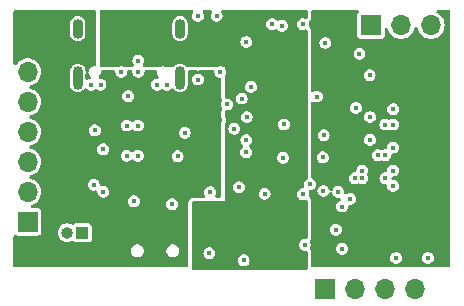
<source format=gbr>
%TF.GenerationSoftware,KiCad,Pcbnew,8.0.2-1*%
%TF.CreationDate,2024-06-20T09:38:11+09:00*%
%TF.ProjectId,eeg,6565672e-6b69-4636-9164-5f7063625858,rev?*%
%TF.SameCoordinates,Original*%
%TF.FileFunction,Copper,L3,Inr*%
%TF.FilePolarity,Positive*%
%FSLAX46Y46*%
G04 Gerber Fmt 4.6, Leading zero omitted, Abs format (unit mm)*
G04 Created by KiCad (PCBNEW 8.0.2-1) date 2024-06-20 09:38:11*
%MOMM*%
%LPD*%
G01*
G04 APERTURE LIST*
%TA.AperFunction,ComponentPad*%
%ADD10R,1.700000X1.700000*%
%TD*%
%TA.AperFunction,ComponentPad*%
%ADD11O,1.700000X1.700000*%
%TD*%
%TA.AperFunction,ComponentPad*%
%ADD12R,1.000000X1.000000*%
%TD*%
%TA.AperFunction,ComponentPad*%
%ADD13O,1.000000X1.000000*%
%TD*%
%TA.AperFunction,ComponentPad*%
%ADD14O,0.900000X2.000000*%
%TD*%
%TA.AperFunction,ComponentPad*%
%ADD15O,0.900000X1.700000*%
%TD*%
%TA.AperFunction,ViaPad*%
%ADD16C,0.400000*%
%TD*%
%TA.AperFunction,ViaPad*%
%ADD17C,0.450000*%
%TD*%
G04 APERTURE END LIST*
D10*
%TO.N,/DVDD*%
%TO.C,J2*%
X156300000Y-112600000D03*
D11*
%TO.N,/SWDIO*%
X158840000Y-112600000D03*
%TO.N,/SWDCLK*%
X161380000Y-112600000D03*
%TO.N,GND*%
X163920000Y-112600000D03*
%TD*%
D10*
%TO.N,/UART_RX*%
%TO.C,J1*%
X160175000Y-90300000D03*
D11*
%TO.N,/UART_TX*%
X162715000Y-90300000D03*
%TO.N,GND*%
X165255000Y-90300000D03*
%TD*%
D10*
%TO.N,/ads1299/1P*%
%TO.C,J4*%
X131100000Y-106950000D03*
D11*
%TO.N,/ads1299/2P*%
X131100000Y-104410000D03*
%TO.N,/ads1299/3P*%
X131100000Y-101870000D03*
%TO.N,/ads1299/4P*%
X131100000Y-99330000D03*
%TO.N,/ads1299/REF*%
X131100000Y-96790000D03*
%TO.N,/ads1299/BIAS*%
X131100000Y-94250000D03*
%TD*%
D12*
%TO.N,Net-(BT1-+)*%
%TO.C,BT1*%
X135720000Y-107870000D03*
D13*
%TO.N,GND*%
X134450000Y-107870000D03*
%TD*%
D14*
%TO.N,unconnected-(J3-SHIELD-PadS1)_0*%
%TO.C,J3*%
X135350000Y-94750000D03*
%TO.N,unconnected-(J3-SHIELD-PadS1)_2*%
X144000000Y-94750000D03*
D15*
%TO.N,unconnected-(J3-SHIELD-PadS1)*%
X135350000Y-90580000D03*
%TO.N,unconnected-(J3-SHIELD-PadS1)_1*%
X144000000Y-90580000D03*
%TD*%
D16*
%TO.N,VSSA*%
X146490000Y-109600000D03*
X149400000Y-110200000D03*
X149620000Y-91710000D03*
X152635696Y-90342662D03*
X154400000Y-90200000D03*
X140480000Y-93290000D03*
%TO.N,/DVDD*%
X152740000Y-101520000D03*
X147379996Y-98330000D03*
X157280000Y-91800000D03*
X159100000Y-94530000D03*
X145600000Y-104440000D03*
X158725000Y-109400000D03*
X156100000Y-100520000D03*
X157737500Y-108262500D03*
X157737500Y-106602500D03*
X156320000Y-102250000D03*
X159200000Y-93680000D03*
%TO.N,/USB-C/VBUS_IN*%
X142075000Y-95330000D03*
X137275000Y-95330000D03*
%TO.N,/nrf5340/VBUS_OUT*%
X140439996Y-98790000D03*
X152800000Y-98696802D03*
%TO.N,/AVDD*%
X153867724Y-90704383D03*
D17*
X153400000Y-97400000D03*
X149620000Y-92670000D03*
X154200000Y-97400000D03*
D16*
X147720000Y-109800000D03*
X139030000Y-93290000D03*
X145600000Y-107200000D03*
%TO.N,/power/CHG*%
X145525000Y-89500000D03*
X145520000Y-94890000D03*
%TO.N,/nrf5340/SDA*%
X151164124Y-104564124D03*
X159440000Y-103250000D03*
%TO.N,/power/PVDD*%
X149610000Y-101040000D03*
X149620000Y-100020000D03*
X147100000Y-89500000D03*
X149220000Y-96500000D03*
X140440000Y-101350000D03*
%TO.N,GND*%
X144400000Y-99400000D03*
X137520000Y-104400000D03*
X148000000Y-97000000D03*
X146560000Y-104440000D03*
X147430000Y-94260000D03*
X148600000Y-99060000D03*
X136700000Y-103800000D03*
X157737500Y-109222500D03*
X157200000Y-107600000D03*
X143800000Y-101400000D03*
X156160000Y-99610000D03*
X162040000Y-97400000D03*
X162040000Y-103900000D03*
X140100000Y-105200000D03*
X136475000Y-95330000D03*
X150000000Y-95510000D03*
X161390000Y-101300000D03*
X158890000Y-97300000D03*
X159200000Y-92720000D03*
X156320000Y-91800000D03*
X149000000Y-104000000D03*
X143330000Y-105440000D03*
X149650000Y-98070000D03*
X162300000Y-110000000D03*
X142875000Y-95330000D03*
X155000000Y-103750000D03*
X157739105Y-105644188D03*
X156100000Y-101480000D03*
X139030000Y-94250000D03*
X158400000Y-105000000D03*
X151800000Y-90200000D03*
X139608218Y-96298620D03*
X162040000Y-102600000D03*
X139479996Y-98790000D03*
X139480000Y-101350000D03*
X137500000Y-100800000D03*
X140480000Y-94250000D03*
X162040000Y-100650000D03*
X155591825Y-96335282D03*
X160060000Y-94530000D03*
X136800000Y-99200000D03*
X165000000Y-110000000D03*
%TO.N,/nrf5340/BMI270_CS*%
X154567628Y-108884698D03*
X161390000Y-103250000D03*
%TO.N,/ads1299/SCK*%
X154405823Y-104600498D03*
X160090000Y-100000000D03*
%TO.N,/ads1299/MISO*%
X160090000Y-98060000D03*
X156147102Y-104324650D03*
%TO.N,/ads1299/~{DRDY}*%
X161390000Y-98700000D03*
%TO.N,/ads1299/MOSI*%
X158790000Y-103250000D03*
%TO.N,/ads1299/~{ADS1299_CS}*%
X160740000Y-101300000D03*
%TO.N,/ads1299/START*%
X159440000Y-102600000D03*
%TO.N,/BMI270_INT1*%
X162040000Y-98700000D03*
X157400000Y-104400000D03*
%TD*%
%TA.AperFunction,Conductor*%
%TO.N,/AVDD*%
G36*
X145091513Y-89019685D02*
G01*
X145137268Y-89072489D01*
X145147212Y-89141647D01*
X145118187Y-89205202D01*
X145099625Y-89226622D01*
X145099622Y-89226628D01*
X145039834Y-89357543D01*
X145019353Y-89500000D01*
X145039834Y-89642456D01*
X145092496Y-89757767D01*
X145099623Y-89773373D01*
X145193872Y-89882143D01*
X145314947Y-89959953D01*
X145314950Y-89959954D01*
X145314949Y-89959954D01*
X145453036Y-90000499D01*
X145453038Y-90000500D01*
X145453039Y-90000500D01*
X145596962Y-90000500D01*
X145596962Y-90000499D01*
X145704121Y-89969035D01*
X145735050Y-89959954D01*
X145735050Y-89959953D01*
X145735053Y-89959953D01*
X145856128Y-89882143D01*
X145950377Y-89773373D01*
X146010165Y-89642457D01*
X146030647Y-89500000D01*
X146010165Y-89357543D01*
X145950377Y-89226627D01*
X145950375Y-89226625D01*
X145950374Y-89226622D01*
X145931813Y-89205202D01*
X145902788Y-89141647D01*
X145912732Y-89072488D01*
X145958487Y-89019684D01*
X146025526Y-89000000D01*
X146599474Y-89000000D01*
X146666513Y-89019685D01*
X146712268Y-89072489D01*
X146722212Y-89141647D01*
X146693187Y-89205202D01*
X146674625Y-89226622D01*
X146674622Y-89226628D01*
X146614834Y-89357543D01*
X146594353Y-89500000D01*
X146614834Y-89642456D01*
X146667496Y-89757767D01*
X146674623Y-89773373D01*
X146768872Y-89882143D01*
X146889947Y-89959953D01*
X146889950Y-89959954D01*
X146889949Y-89959954D01*
X147028036Y-90000499D01*
X147028038Y-90000500D01*
X147028039Y-90000500D01*
X147171962Y-90000500D01*
X147171962Y-90000499D01*
X147279121Y-89969035D01*
X147310050Y-89959954D01*
X147310050Y-89959953D01*
X147310053Y-89959953D01*
X147431128Y-89882143D01*
X147525377Y-89773373D01*
X147585165Y-89642457D01*
X147605647Y-89500000D01*
X147585165Y-89357543D01*
X147525377Y-89226627D01*
X147525375Y-89226625D01*
X147525374Y-89226622D01*
X147506813Y-89205202D01*
X147477788Y-89141647D01*
X147487732Y-89072488D01*
X147533487Y-89019684D01*
X147600526Y-89000000D01*
X154676000Y-89000000D01*
X154743039Y-89019685D01*
X154788794Y-89072489D01*
X154800000Y-89124000D01*
X154800000Y-89635029D01*
X154780315Y-89702068D01*
X154727511Y-89747823D01*
X154658353Y-89757767D01*
X154618496Y-89742902D01*
X154618118Y-89743730D01*
X154610050Y-89740045D01*
X154471963Y-89699500D01*
X154471961Y-89699500D01*
X154328039Y-89699500D01*
X154328036Y-89699500D01*
X154189949Y-89740045D01*
X154068873Y-89817856D01*
X153974623Y-89926626D01*
X153974622Y-89926628D01*
X153914834Y-90057543D01*
X153894353Y-90200000D01*
X153914834Y-90342456D01*
X153974622Y-90473371D01*
X153974623Y-90473373D01*
X154068872Y-90582143D01*
X154189947Y-90659953D01*
X154189950Y-90659954D01*
X154189949Y-90659954D01*
X154328036Y-90700499D01*
X154328038Y-90700500D01*
X154328039Y-90700500D01*
X154471962Y-90700500D01*
X154471962Y-90700499D01*
X154610053Y-90659953D01*
X154610054Y-90659951D01*
X154618118Y-90656270D01*
X154618801Y-90657766D01*
X154675993Y-90640970D01*
X154743033Y-90660651D01*
X154788791Y-90713452D01*
X154800000Y-90764970D01*
X154800000Y-103215877D01*
X154780315Y-103282916D01*
X154743039Y-103320193D01*
X154668873Y-103367856D01*
X154574623Y-103476626D01*
X154574622Y-103476628D01*
X154514834Y-103607543D01*
X154494353Y-103750000D01*
X154514834Y-103892454D01*
X154514834Y-103892455D01*
X154514835Y-103892457D01*
X154529463Y-103924487D01*
X154539406Y-103993646D01*
X154510381Y-104057201D01*
X154451602Y-104094975D01*
X154416668Y-104099998D01*
X154333859Y-104099998D01*
X154195772Y-104140543D01*
X154074696Y-104218354D01*
X153980446Y-104327124D01*
X153980445Y-104327126D01*
X153920657Y-104458041D01*
X153900176Y-104600498D01*
X153920657Y-104742954D01*
X153954865Y-104817857D01*
X153980446Y-104873871D01*
X154074695Y-104982641D01*
X154195770Y-105060451D01*
X154195773Y-105060452D01*
X154195772Y-105060452D01*
X154333859Y-105100997D01*
X154333861Y-105100998D01*
X154333862Y-105100998D01*
X154477785Y-105100998D01*
X154477785Y-105100997D01*
X154601664Y-105064624D01*
X154615873Y-105060452D01*
X154615873Y-105060451D01*
X154615876Y-105060451D01*
X154615877Y-105060449D01*
X154623941Y-105056768D01*
X154625449Y-105060070D01*
X154675879Y-105045210D01*
X154742938Y-105064829D01*
X154788744Y-105117589D01*
X154800000Y-105169210D01*
X154800000Y-108265654D01*
X154780315Y-108332693D01*
X154727511Y-108378448D01*
X154658353Y-108388392D01*
X154641067Y-108384632D01*
X154639589Y-108384198D01*
X154495667Y-108384198D01*
X154495664Y-108384198D01*
X154357577Y-108424743D01*
X154236501Y-108502554D01*
X154142251Y-108611324D01*
X154142250Y-108611326D01*
X154082462Y-108742241D01*
X154061981Y-108884698D01*
X154082462Y-109027154D01*
X154142250Y-109158069D01*
X154142251Y-109158071D01*
X154236500Y-109266841D01*
X154357575Y-109344651D01*
X154357578Y-109344652D01*
X154357577Y-109344652D01*
X154464735Y-109376115D01*
X154494199Y-109384767D01*
X154495664Y-109385197D01*
X154495666Y-109385198D01*
X154495667Y-109385198D01*
X154639589Y-109385198D01*
X154641056Y-109384766D01*
X154642588Y-109384766D01*
X154648368Y-109383936D01*
X154648487Y-109384766D01*
X154710926Y-109384761D01*
X154769707Y-109422531D01*
X154798736Y-109486084D01*
X154800000Y-109503741D01*
X154800000Y-110876000D01*
X154780315Y-110943039D01*
X154727511Y-110988794D01*
X154676000Y-111000000D01*
X145124000Y-111000000D01*
X145056961Y-110980315D01*
X145011206Y-110927511D01*
X145000000Y-110876000D01*
X145000000Y-110200000D01*
X148894353Y-110200000D01*
X148914834Y-110342456D01*
X148974622Y-110473371D01*
X148974623Y-110473373D01*
X149068872Y-110582143D01*
X149189947Y-110659953D01*
X149189950Y-110659954D01*
X149189949Y-110659954D01*
X149328036Y-110700499D01*
X149328038Y-110700500D01*
X149328039Y-110700500D01*
X149471962Y-110700500D01*
X149471962Y-110700499D01*
X149610053Y-110659953D01*
X149731128Y-110582143D01*
X149825377Y-110473373D01*
X149885165Y-110342457D01*
X149905647Y-110200000D01*
X149885165Y-110057543D01*
X149825377Y-109926627D01*
X149731128Y-109817857D01*
X149610053Y-109740047D01*
X149610051Y-109740046D01*
X149610049Y-109740045D01*
X149610050Y-109740045D01*
X149471963Y-109699500D01*
X149471961Y-109699500D01*
X149328039Y-109699500D01*
X149328036Y-109699500D01*
X149189949Y-109740045D01*
X149068873Y-109817856D01*
X148974623Y-109926626D01*
X148974622Y-109926628D01*
X148914834Y-110057543D01*
X148894353Y-110200000D01*
X145000000Y-110200000D01*
X145000000Y-109600000D01*
X145984353Y-109600000D01*
X146004834Y-109742456D01*
X146039269Y-109817856D01*
X146064623Y-109873373D01*
X146158872Y-109982143D01*
X146279947Y-110059953D01*
X146279950Y-110059954D01*
X146279949Y-110059954D01*
X146418036Y-110100499D01*
X146418038Y-110100500D01*
X146418039Y-110100500D01*
X146561962Y-110100500D01*
X146561962Y-110100499D01*
X146700053Y-110059953D01*
X146821128Y-109982143D01*
X146915377Y-109873373D01*
X146975165Y-109742457D01*
X146995647Y-109600000D01*
X146975165Y-109457543D01*
X146915377Y-109326627D01*
X146821128Y-109217857D01*
X146700053Y-109140047D01*
X146700051Y-109140046D01*
X146700049Y-109140045D01*
X146700050Y-109140045D01*
X146561963Y-109099500D01*
X146561961Y-109099500D01*
X146418039Y-109099500D01*
X146418036Y-109099500D01*
X146279949Y-109140045D01*
X146158873Y-109217856D01*
X146064623Y-109326626D01*
X146064622Y-109326628D01*
X146004834Y-109457543D01*
X145984353Y-109600000D01*
X145000000Y-109600000D01*
X145000000Y-105324000D01*
X145019685Y-105256961D01*
X145072489Y-105211206D01*
X145124000Y-105200000D01*
X147800000Y-105200000D01*
X147800000Y-104564124D01*
X150658477Y-104564124D01*
X150678958Y-104706580D01*
X150731735Y-104822143D01*
X150738747Y-104837497D01*
X150832996Y-104946267D01*
X150954071Y-105024077D01*
X150954074Y-105024078D01*
X150954073Y-105024078D01*
X151026044Y-105045210D01*
X151077954Y-105060452D01*
X151092160Y-105064623D01*
X151092162Y-105064624D01*
X151092163Y-105064624D01*
X151236086Y-105064624D01*
X151236086Y-105064623D01*
X151374177Y-105024077D01*
X151495252Y-104946267D01*
X151589501Y-104837497D01*
X151649289Y-104706581D01*
X151669771Y-104564124D01*
X151649289Y-104421667D01*
X151589501Y-104290751D01*
X151495252Y-104181981D01*
X151374177Y-104104171D01*
X151374175Y-104104170D01*
X151374173Y-104104169D01*
X151374174Y-104104169D01*
X151236087Y-104063624D01*
X151236085Y-104063624D01*
X151092163Y-104063624D01*
X151092160Y-104063624D01*
X150954073Y-104104169D01*
X150832997Y-104181980D01*
X150738747Y-104290750D01*
X150738746Y-104290752D01*
X150678958Y-104421667D01*
X150658477Y-104564124D01*
X147800000Y-104564124D01*
X147800000Y-104000000D01*
X148494353Y-104000000D01*
X148514834Y-104142456D01*
X148568494Y-104259953D01*
X148574623Y-104273373D01*
X148668872Y-104382143D01*
X148789947Y-104459953D01*
X148789950Y-104459954D01*
X148789949Y-104459954D01*
X148928036Y-104500499D01*
X148928038Y-104500500D01*
X148928039Y-104500500D01*
X149071962Y-104500500D01*
X149071962Y-104500499D01*
X149210053Y-104459953D01*
X149331128Y-104382143D01*
X149425377Y-104273373D01*
X149485165Y-104142457D01*
X149505647Y-104000000D01*
X149485165Y-103857543D01*
X149425377Y-103726627D01*
X149331128Y-103617857D01*
X149210053Y-103540047D01*
X149210051Y-103540046D01*
X149210049Y-103540045D01*
X149210050Y-103540045D01*
X149071963Y-103499500D01*
X149071961Y-103499500D01*
X148928039Y-103499500D01*
X148928036Y-103499500D01*
X148789949Y-103540045D01*
X148668873Y-103617856D01*
X148574623Y-103726626D01*
X148574622Y-103726628D01*
X148514834Y-103857543D01*
X148494353Y-104000000D01*
X147800000Y-104000000D01*
X147800000Y-101040000D01*
X149104353Y-101040000D01*
X149124834Y-101182456D01*
X149178744Y-101300500D01*
X149184623Y-101313373D01*
X149278872Y-101422143D01*
X149399947Y-101499953D01*
X149399950Y-101499954D01*
X149399949Y-101499954D01*
X149538036Y-101540499D01*
X149538038Y-101540500D01*
X149538039Y-101540500D01*
X149681962Y-101540500D01*
X149681962Y-101540499D01*
X149751777Y-101520000D01*
X152234353Y-101520000D01*
X152254834Y-101662456D01*
X152259820Y-101673373D01*
X152314623Y-101793373D01*
X152408872Y-101902143D01*
X152529947Y-101979953D01*
X152529950Y-101979954D01*
X152529949Y-101979954D01*
X152668036Y-102020499D01*
X152668038Y-102020500D01*
X152668039Y-102020500D01*
X152811962Y-102020500D01*
X152811962Y-102020499D01*
X152950053Y-101979953D01*
X153071128Y-101902143D01*
X153165377Y-101793373D01*
X153225165Y-101662457D01*
X153245647Y-101520000D01*
X153225165Y-101377543D01*
X153165377Y-101246627D01*
X153071128Y-101137857D01*
X152950053Y-101060047D01*
X152950051Y-101060046D01*
X152950049Y-101060045D01*
X152950050Y-101060045D01*
X152811963Y-101019500D01*
X152811961Y-101019500D01*
X152668039Y-101019500D01*
X152668036Y-101019500D01*
X152529949Y-101060045D01*
X152408873Y-101137856D01*
X152314623Y-101246626D01*
X152314622Y-101246628D01*
X152254834Y-101377543D01*
X152234353Y-101520000D01*
X149751777Y-101520000D01*
X149820053Y-101499953D01*
X149941128Y-101422143D01*
X150035377Y-101313373D01*
X150095165Y-101182457D01*
X150115647Y-101040000D01*
X150095165Y-100897543D01*
X150035377Y-100766627D01*
X149941128Y-100657857D01*
X149941125Y-100657855D01*
X149941126Y-100657855D01*
X149909496Y-100637528D01*
X149863742Y-100584724D01*
X149853798Y-100515566D01*
X149882823Y-100452010D01*
X149909494Y-100428899D01*
X149951128Y-100402143D01*
X150045377Y-100293373D01*
X150105165Y-100162457D01*
X150125647Y-100020000D01*
X150105165Y-99877543D01*
X150045377Y-99746627D01*
X149951128Y-99637857D01*
X149830053Y-99560047D01*
X149830051Y-99560046D01*
X149830049Y-99560045D01*
X149830050Y-99560045D01*
X149691963Y-99519500D01*
X149691961Y-99519500D01*
X149548039Y-99519500D01*
X149548036Y-99519500D01*
X149409949Y-99560045D01*
X149288873Y-99637856D01*
X149194623Y-99746626D01*
X149194622Y-99746628D01*
X149134834Y-99877543D01*
X149114353Y-100020000D01*
X149134834Y-100162456D01*
X149194622Y-100293371D01*
X149194623Y-100293373D01*
X149288872Y-100402143D01*
X149313324Y-100417857D01*
X149320502Y-100422470D01*
X149366257Y-100475274D01*
X149376201Y-100544432D01*
X149347176Y-100607988D01*
X149320504Y-100631100D01*
X149278876Y-100657853D01*
X149278874Y-100657855D01*
X149184623Y-100766626D01*
X149184622Y-100766628D01*
X149124834Y-100897543D01*
X149104353Y-101040000D01*
X147800000Y-101040000D01*
X147800000Y-99060000D01*
X148094353Y-99060000D01*
X148114834Y-99202456D01*
X148136526Y-99249953D01*
X148174623Y-99333373D01*
X148268872Y-99442143D01*
X148389947Y-99519953D01*
X148389950Y-99519954D01*
X148389949Y-99519954D01*
X148466589Y-99542457D01*
X148526496Y-99560047D01*
X148528036Y-99560499D01*
X148528038Y-99560500D01*
X148528039Y-99560500D01*
X148671962Y-99560500D01*
X148671962Y-99560499D01*
X148810053Y-99519953D01*
X148931128Y-99442143D01*
X149025377Y-99333373D01*
X149085165Y-99202457D01*
X149105647Y-99060000D01*
X149085165Y-98917543D01*
X149025377Y-98786627D01*
X148947544Y-98696802D01*
X152294353Y-98696802D01*
X152314834Y-98839258D01*
X152360864Y-98940047D01*
X152374623Y-98970175D01*
X152468872Y-99078945D01*
X152589947Y-99156755D01*
X152589950Y-99156756D01*
X152589949Y-99156756D01*
X152728036Y-99197301D01*
X152728038Y-99197302D01*
X152728039Y-99197302D01*
X152871962Y-99197302D01*
X152871962Y-99197301D01*
X153010053Y-99156755D01*
X153131128Y-99078945D01*
X153225377Y-98970175D01*
X153285165Y-98839259D01*
X153305647Y-98696802D01*
X153285165Y-98554345D01*
X153225377Y-98423429D01*
X153131128Y-98314659D01*
X153010053Y-98236849D01*
X153010051Y-98236848D01*
X153010049Y-98236847D01*
X153010050Y-98236847D01*
X152871963Y-98196302D01*
X152871961Y-98196302D01*
X152728039Y-98196302D01*
X152728036Y-98196302D01*
X152589949Y-98236847D01*
X152468873Y-98314658D01*
X152374623Y-98423428D01*
X152374622Y-98423430D01*
X152314834Y-98554345D01*
X152294353Y-98696802D01*
X148947544Y-98696802D01*
X148931128Y-98677857D01*
X148810053Y-98600047D01*
X148810051Y-98600046D01*
X148810049Y-98600045D01*
X148810050Y-98600045D01*
X148671963Y-98559500D01*
X148671961Y-98559500D01*
X148528039Y-98559500D01*
X148528036Y-98559500D01*
X148389949Y-98600045D01*
X148268873Y-98677856D01*
X148174623Y-98786626D01*
X148174622Y-98786628D01*
X148114834Y-98917543D01*
X148094353Y-99060000D01*
X147800000Y-99060000D01*
X147800000Y-98642112D01*
X147811206Y-98590600D01*
X147865161Y-98472457D01*
X147885643Y-98330000D01*
X147865161Y-98187543D01*
X147811480Y-98070000D01*
X149144353Y-98070000D01*
X149164834Y-98212456D01*
X149218516Y-98330000D01*
X149224623Y-98343373D01*
X149318872Y-98452143D01*
X149439947Y-98529953D01*
X149439950Y-98529954D01*
X149439949Y-98529954D01*
X149578036Y-98570499D01*
X149578038Y-98570500D01*
X149578039Y-98570500D01*
X149721962Y-98570500D01*
X149721962Y-98570499D01*
X149860053Y-98529953D01*
X149981128Y-98452143D01*
X150075377Y-98343373D01*
X150135165Y-98212457D01*
X150155647Y-98070000D01*
X150135165Y-97927543D01*
X150075377Y-97796627D01*
X149981128Y-97687857D01*
X149860053Y-97610047D01*
X149860051Y-97610046D01*
X149860049Y-97610045D01*
X149860050Y-97610045D01*
X149721963Y-97569500D01*
X149721961Y-97569500D01*
X149578039Y-97569500D01*
X149578036Y-97569500D01*
X149439949Y-97610045D01*
X149318873Y-97687856D01*
X149224623Y-97796626D01*
X149224622Y-97796628D01*
X149164834Y-97927543D01*
X149144353Y-98070000D01*
X147811480Y-98070000D01*
X147811205Y-98069398D01*
X147800000Y-98017888D01*
X147800000Y-97624500D01*
X147819685Y-97557461D01*
X147872489Y-97511706D01*
X147924000Y-97500500D01*
X148071962Y-97500500D01*
X148071962Y-97500499D01*
X148210053Y-97459953D01*
X148331128Y-97382143D01*
X148425377Y-97273373D01*
X148485165Y-97142457D01*
X148505647Y-97000000D01*
X148485165Y-96857543D01*
X148425377Y-96726627D01*
X148331128Y-96617857D01*
X148210053Y-96540047D01*
X148210051Y-96540046D01*
X148210049Y-96540045D01*
X148210050Y-96540045D01*
X148073666Y-96500000D01*
X148714353Y-96500000D01*
X148734834Y-96642456D01*
X148773275Y-96726628D01*
X148794623Y-96773373D01*
X148888872Y-96882143D01*
X149009947Y-96959953D01*
X149009950Y-96959954D01*
X149009949Y-96959954D01*
X149117107Y-96991417D01*
X149146336Y-97000000D01*
X149148036Y-97000499D01*
X149148038Y-97000500D01*
X149148039Y-97000500D01*
X149291962Y-97000500D01*
X149291962Y-97000499D01*
X149430053Y-96959953D01*
X149551128Y-96882143D01*
X149645377Y-96773373D01*
X149705165Y-96642457D01*
X149725647Y-96500000D01*
X149705165Y-96357543D01*
X149645377Y-96226627D01*
X149551128Y-96117857D01*
X149430053Y-96040047D01*
X149430051Y-96040046D01*
X149430049Y-96040045D01*
X149430050Y-96040045D01*
X149291963Y-95999500D01*
X149291961Y-95999500D01*
X149148039Y-95999500D01*
X149148036Y-95999500D01*
X149009949Y-96040045D01*
X148888873Y-96117856D01*
X148794623Y-96226626D01*
X148794622Y-96226628D01*
X148734834Y-96357543D01*
X148714353Y-96500000D01*
X148073666Y-96500000D01*
X148071963Y-96499500D01*
X148071961Y-96499500D01*
X147928039Y-96499500D01*
X147924000Y-96499500D01*
X147856961Y-96479815D01*
X147811206Y-96427011D01*
X147800000Y-96375500D01*
X147800000Y-95510000D01*
X149494353Y-95510000D01*
X149514834Y-95652456D01*
X149574622Y-95783371D01*
X149574623Y-95783373D01*
X149668872Y-95892143D01*
X149789947Y-95969953D01*
X149789950Y-95969954D01*
X149789949Y-95969954D01*
X149928036Y-96010499D01*
X149928038Y-96010500D01*
X149928039Y-96010500D01*
X150071962Y-96010500D01*
X150071962Y-96010499D01*
X150210053Y-95969953D01*
X150331128Y-95892143D01*
X150425377Y-95783373D01*
X150485165Y-95652457D01*
X150505647Y-95510000D01*
X150485165Y-95367543D01*
X150425377Y-95236627D01*
X150331128Y-95127857D01*
X150210053Y-95050047D01*
X150210051Y-95050046D01*
X150210049Y-95050045D01*
X150210050Y-95050045D01*
X150071963Y-95009500D01*
X150071961Y-95009500D01*
X149928039Y-95009500D01*
X149928036Y-95009500D01*
X149789949Y-95050045D01*
X149668873Y-95127856D01*
X149574623Y-95236626D01*
X149574622Y-95236628D01*
X149514834Y-95367543D01*
X149494353Y-95510000D01*
X147800000Y-95510000D01*
X147800000Y-94643530D01*
X147819685Y-94576491D01*
X147830279Y-94562336D01*
X147855377Y-94533373D01*
X147915165Y-94402457D01*
X147935647Y-94260000D01*
X147915165Y-94117543D01*
X147855377Y-93986627D01*
X147830286Y-93957670D01*
X147801262Y-93894114D01*
X147800000Y-93876468D01*
X147800000Y-93800000D01*
X147657720Y-93800000D01*
X147622786Y-93794977D01*
X147563427Y-93777548D01*
X147501962Y-93759500D01*
X147501961Y-93759500D01*
X147358039Y-93759500D01*
X147358038Y-93759500D01*
X147296572Y-93777548D01*
X147237213Y-93794977D01*
X147202280Y-93800000D01*
X144571307Y-93800000D01*
X144504268Y-93780315D01*
X144483630Y-93763685D01*
X144414669Y-93694724D01*
X144414668Y-93694723D01*
X144414667Y-93694722D01*
X144308133Y-93623538D01*
X144308124Y-93623533D01*
X144189744Y-93574499D01*
X144189738Y-93574497D01*
X144064071Y-93549500D01*
X144064069Y-93549500D01*
X143935931Y-93549500D01*
X143935929Y-93549500D01*
X143810261Y-93574497D01*
X143810255Y-93574499D01*
X143691875Y-93623533D01*
X143691866Y-93623538D01*
X143585332Y-93694722D01*
X143552544Y-93727511D01*
X143516372Y-93763682D01*
X143455052Y-93797166D01*
X143428693Y-93800000D01*
X142798282Y-93800000D01*
X142766578Y-93793690D01*
X142766037Y-93795712D01*
X142758187Y-93793608D01*
X142758186Y-93793608D01*
X142630892Y-93759500D01*
X142499108Y-93759500D01*
X142371814Y-93793608D01*
X142371812Y-93793608D01*
X142363963Y-93795712D01*
X142363421Y-93793690D01*
X142331718Y-93800000D01*
X140971861Y-93800000D01*
X140904822Y-93780315D01*
X140859067Y-93727511D01*
X140849123Y-93658353D01*
X140878148Y-93594798D01*
X140905374Y-93563377D01*
X140905374Y-93563375D01*
X140905377Y-93563373D01*
X140965165Y-93432457D01*
X140985647Y-93290000D01*
X140965165Y-93147543D01*
X140905377Y-93016627D01*
X140811128Y-92907857D01*
X140690053Y-92830047D01*
X140690051Y-92830046D01*
X140690049Y-92830045D01*
X140690050Y-92830045D01*
X140551963Y-92789500D01*
X140551961Y-92789500D01*
X140408039Y-92789500D01*
X140408036Y-92789500D01*
X140269949Y-92830045D01*
X140148873Y-92907856D01*
X140054623Y-93016626D01*
X140054622Y-93016628D01*
X139994834Y-93147543D01*
X139974353Y-93290000D01*
X139994834Y-93432456D01*
X140054622Y-93563371D01*
X140054625Y-93563377D01*
X140081852Y-93594798D01*
X140110877Y-93658353D01*
X140100933Y-93727512D01*
X140055178Y-93780316D01*
X139988139Y-93800000D01*
X139288822Y-93800000D01*
X139248922Y-93791319D01*
X139248563Y-93792545D01*
X139101963Y-93749500D01*
X139101961Y-93749500D01*
X138958039Y-93749500D01*
X138958036Y-93749500D01*
X138811437Y-93792545D01*
X138811077Y-93791319D01*
X138771178Y-93800000D01*
X137324000Y-93800000D01*
X137256961Y-93780315D01*
X137211206Y-93727511D01*
X137200000Y-93676000D01*
X137200000Y-91710000D01*
X149114353Y-91710000D01*
X149134834Y-91852456D01*
X149194622Y-91983371D01*
X149194623Y-91983373D01*
X149288872Y-92092143D01*
X149409947Y-92169953D01*
X149409950Y-92169954D01*
X149409949Y-92169954D01*
X149548036Y-92210499D01*
X149548038Y-92210500D01*
X149548039Y-92210500D01*
X149691962Y-92210500D01*
X149691962Y-92210499D01*
X149830053Y-92169953D01*
X149951128Y-92092143D01*
X150045377Y-91983373D01*
X150105165Y-91852457D01*
X150125647Y-91710000D01*
X150105165Y-91567543D01*
X150045377Y-91436627D01*
X149951128Y-91327857D01*
X149830053Y-91250047D01*
X149830051Y-91250046D01*
X149830049Y-91250045D01*
X149830050Y-91250045D01*
X149691963Y-91209500D01*
X149691961Y-91209500D01*
X149548039Y-91209500D01*
X149548036Y-91209500D01*
X149409949Y-91250045D01*
X149288873Y-91327856D01*
X149194623Y-91436626D01*
X149194622Y-91436628D01*
X149134834Y-91567543D01*
X149114353Y-91710000D01*
X137200000Y-91710000D01*
X137200000Y-91044071D01*
X143349499Y-91044071D01*
X143374497Y-91169738D01*
X143374499Y-91169744D01*
X143423533Y-91288124D01*
X143423538Y-91288133D01*
X143494723Y-91394668D01*
X143494726Y-91394672D01*
X143585327Y-91485273D01*
X143585331Y-91485276D01*
X143691866Y-91556461D01*
X143691872Y-91556464D01*
X143691873Y-91556465D01*
X143810256Y-91605501D01*
X143810260Y-91605501D01*
X143810261Y-91605502D01*
X143935928Y-91630500D01*
X143935931Y-91630500D01*
X144064071Y-91630500D01*
X144148615Y-91613682D01*
X144189744Y-91605501D01*
X144308127Y-91556465D01*
X144414669Y-91485276D01*
X144505276Y-91394669D01*
X144576465Y-91288127D01*
X144625501Y-91169744D01*
X144650500Y-91044069D01*
X144650500Y-90200000D01*
X151294353Y-90200000D01*
X151314834Y-90342456D01*
X151374622Y-90473371D01*
X151374623Y-90473373D01*
X151468872Y-90582143D01*
X151589947Y-90659953D01*
X151589950Y-90659954D01*
X151589949Y-90659954D01*
X151728036Y-90700499D01*
X151728038Y-90700500D01*
X151728039Y-90700500D01*
X151871962Y-90700500D01*
X151871962Y-90700499D01*
X152010053Y-90659953D01*
X152072743Y-90619664D01*
X152139777Y-90599981D01*
X152206817Y-90619665D01*
X152233491Y-90642777D01*
X152304568Y-90724805D01*
X152425643Y-90802615D01*
X152425646Y-90802616D01*
X152425645Y-90802616D01*
X152563732Y-90843161D01*
X152563734Y-90843162D01*
X152563735Y-90843162D01*
X152707658Y-90843162D01*
X152707658Y-90843161D01*
X152845749Y-90802615D01*
X152966824Y-90724805D01*
X153061073Y-90616035D01*
X153120861Y-90485119D01*
X153141343Y-90342662D01*
X153120861Y-90200205D01*
X153061073Y-90069289D01*
X152966824Y-89960519D01*
X152845749Y-89882709D01*
X152845747Y-89882708D01*
X152845745Y-89882707D01*
X152845746Y-89882707D01*
X152707659Y-89842162D01*
X152707657Y-89842162D01*
X152563735Y-89842162D01*
X152563732Y-89842162D01*
X152425645Y-89882707D01*
X152362955Y-89922996D01*
X152295916Y-89942680D01*
X152228876Y-89922995D01*
X152202203Y-89899883D01*
X152187320Y-89882707D01*
X152131128Y-89817857D01*
X152010053Y-89740047D01*
X152010051Y-89740046D01*
X152010049Y-89740045D01*
X152010050Y-89740045D01*
X151871963Y-89699500D01*
X151871961Y-89699500D01*
X151728039Y-89699500D01*
X151728036Y-89699500D01*
X151589949Y-89740045D01*
X151468873Y-89817856D01*
X151374623Y-89926626D01*
X151374622Y-89926628D01*
X151314834Y-90057543D01*
X151294353Y-90200000D01*
X144650500Y-90200000D01*
X144650500Y-90115931D01*
X144650500Y-90115928D01*
X144625502Y-89990261D01*
X144625501Y-89990260D01*
X144625501Y-89990256D01*
X144587574Y-89898692D01*
X144576466Y-89871875D01*
X144576461Y-89871866D01*
X144505276Y-89765331D01*
X144505273Y-89765327D01*
X144414672Y-89674726D01*
X144414668Y-89674723D01*
X144308133Y-89603538D01*
X144308124Y-89603533D01*
X144189744Y-89554499D01*
X144189738Y-89554497D01*
X144064071Y-89529500D01*
X144064069Y-89529500D01*
X143935931Y-89529500D01*
X143935929Y-89529500D01*
X143810261Y-89554497D01*
X143810255Y-89554499D01*
X143691875Y-89603533D01*
X143691866Y-89603538D01*
X143585331Y-89674723D01*
X143585327Y-89674726D01*
X143494726Y-89765327D01*
X143494723Y-89765331D01*
X143423538Y-89871866D01*
X143423533Y-89871875D01*
X143374499Y-89990255D01*
X143374497Y-89990261D01*
X143349500Y-90115928D01*
X143349500Y-90115931D01*
X143349500Y-91044069D01*
X143349500Y-91044071D01*
X143349499Y-91044071D01*
X137200000Y-91044071D01*
X137200000Y-89124000D01*
X137219685Y-89056961D01*
X137272489Y-89011206D01*
X137324000Y-89000000D01*
X145024474Y-89000000D01*
X145091513Y-89019685D01*
G37*
%TD.AperFunction*%
%TD*%
%TA.AperFunction,Conductor*%
%TO.N,/DVDD*%
G36*
X136820000Y-89019962D02*
G01*
X136874538Y-89074500D01*
X136894500Y-89149000D01*
X136894500Y-93610500D01*
X136874538Y-93685000D01*
X136820000Y-93739538D01*
X136745500Y-93759500D01*
X136719108Y-93759500D01*
X136591814Y-93793608D01*
X136591812Y-93793608D01*
X136591812Y-93793609D01*
X136477689Y-93859497D01*
X136384497Y-93952689D01*
X136318608Y-94066812D01*
X136292964Y-94162518D01*
X136254399Y-94229313D01*
X136198142Y-94261791D01*
X136224000Y-94268720D01*
X136278538Y-94323258D01*
X136293423Y-94359194D01*
X136318608Y-94453186D01*
X136384497Y-94567310D01*
X136384498Y-94567311D01*
X136384500Y-94567314D01*
X136413811Y-94596625D01*
X136452374Y-94663418D01*
X136452374Y-94740546D01*
X136413810Y-94807341D01*
X136350430Y-94844946D01*
X136264948Y-94870046D01*
X136246659Y-94881799D01*
X136230053Y-94892471D01*
X136156589Y-94915955D01*
X136081224Y-94899560D01*
X136024153Y-94847679D01*
X136000669Y-94774213D01*
X136000500Y-94767124D01*
X136000500Y-94397758D01*
X136020462Y-94323258D01*
X136075000Y-94268720D01*
X136100229Y-94261959D01*
X136043681Y-94229311D01*
X136005118Y-94162516D01*
X136000758Y-94138554D01*
X136000500Y-94135938D01*
X136000500Y-94135931D01*
X135975501Y-94010256D01*
X135926465Y-93891873D01*
X135855276Y-93785331D01*
X135764669Y-93694724D01*
X135658127Y-93623535D01*
X135658123Y-93623533D01*
X135658119Y-93623531D01*
X135539745Y-93574499D01*
X135539743Y-93574498D01*
X135414072Y-93549500D01*
X135414069Y-93549500D01*
X135285931Y-93549500D01*
X135285927Y-93549500D01*
X135160256Y-93574498D01*
X135160254Y-93574499D01*
X135041880Y-93623531D01*
X135041873Y-93623535D01*
X134963354Y-93676000D01*
X134935327Y-93694727D01*
X134844727Y-93785327D01*
X134844724Y-93785330D01*
X134844724Y-93785331D01*
X134839193Y-93793609D01*
X134773535Y-93891873D01*
X134773531Y-93891880D01*
X134724499Y-94010254D01*
X134724498Y-94010256D01*
X134699500Y-94135927D01*
X134699500Y-95364072D01*
X134724498Y-95489743D01*
X134724499Y-95489745D01*
X134773531Y-95608119D01*
X134773533Y-95608123D01*
X134773535Y-95608127D01*
X134844724Y-95714669D01*
X134935331Y-95805276D01*
X135041873Y-95876465D01*
X135160256Y-95925501D01*
X135285931Y-95950500D01*
X135285935Y-95950500D01*
X135414065Y-95950500D01*
X135414069Y-95950500D01*
X135539744Y-95925501D01*
X135658127Y-95876465D01*
X135764669Y-95805276D01*
X135855276Y-95714669D01*
X135873333Y-95687645D01*
X135931317Y-95636793D01*
X136006963Y-95621745D01*
X136079998Y-95646536D01*
X136109827Y-95672853D01*
X136143866Y-95712137D01*
X136143869Y-95712140D01*
X136143872Y-95712143D01*
X136264947Y-95789953D01*
X136403039Y-95830500D01*
X136403041Y-95830500D01*
X136546959Y-95830500D01*
X136546961Y-95830500D01*
X136685053Y-95789953D01*
X136794445Y-95719650D01*
X136867911Y-95696167D01*
X136943276Y-95712562D01*
X136955552Y-95719649D01*
X137064947Y-95789953D01*
X137203039Y-95830500D01*
X137203041Y-95830500D01*
X137346959Y-95830500D01*
X137346961Y-95830500D01*
X137485053Y-95789953D01*
X137606128Y-95712143D01*
X137700377Y-95603373D01*
X137760165Y-95472457D01*
X137773534Y-95379470D01*
X137780647Y-95330003D01*
X137780647Y-95329996D01*
X137760165Y-95187545D01*
X137760165Y-95187543D01*
X137700377Y-95056627D01*
X137606128Y-94947857D01*
X137606127Y-94947856D01*
X137556487Y-94915955D01*
X137485053Y-94870047D01*
X137485050Y-94870046D01*
X137346967Y-94829501D01*
X137346962Y-94829500D01*
X137346961Y-94829500D01*
X137283031Y-94829500D01*
X137208531Y-94809538D01*
X137153993Y-94755000D01*
X137134031Y-94680500D01*
X137153993Y-94606000D01*
X137177668Y-94575145D01*
X137185500Y-94567314D01*
X137251392Y-94453186D01*
X137285500Y-94325892D01*
X137285500Y-94254500D01*
X137305462Y-94180000D01*
X137360000Y-94125462D01*
X137434500Y-94105500D01*
X138375353Y-94105500D01*
X138449853Y-94125462D01*
X138504391Y-94180000D01*
X138520414Y-94239800D01*
X138522836Y-94239452D01*
X138544834Y-94392454D01*
X138544834Y-94392455D01*
X138544835Y-94392457D01*
X138604623Y-94523373D01*
X138698872Y-94632143D01*
X138819947Y-94709953D01*
X138958039Y-94750500D01*
X138958041Y-94750500D01*
X139101959Y-94750500D01*
X139101961Y-94750500D01*
X139240053Y-94709953D01*
X139361128Y-94632143D01*
X139455377Y-94523373D01*
X139515165Y-94392457D01*
X139526015Y-94316988D01*
X139537164Y-94239452D01*
X139539585Y-94239800D01*
X139555609Y-94180000D01*
X139610147Y-94125462D01*
X139684647Y-94105500D01*
X139825353Y-94105500D01*
X139899853Y-94125462D01*
X139954391Y-94180000D01*
X139970414Y-94239800D01*
X139972836Y-94239452D01*
X139994834Y-94392454D01*
X139994834Y-94392455D01*
X139994835Y-94392457D01*
X140054623Y-94523373D01*
X140148872Y-94632143D01*
X140269947Y-94709953D01*
X140408039Y-94750500D01*
X140408041Y-94750500D01*
X140551959Y-94750500D01*
X140551961Y-94750500D01*
X140690053Y-94709953D01*
X140811128Y-94632143D01*
X140905377Y-94523373D01*
X140965165Y-94392457D01*
X140976015Y-94316988D01*
X140987164Y-94239452D01*
X140989585Y-94239800D01*
X141005609Y-94180000D01*
X141060147Y-94125462D01*
X141134647Y-94105500D01*
X141915500Y-94105500D01*
X141990000Y-94125462D01*
X142044538Y-94180000D01*
X142064500Y-94254500D01*
X142064500Y-94325892D01*
X142098608Y-94453186D01*
X142098609Y-94453187D01*
X142164497Y-94567310D01*
X142164498Y-94567311D01*
X142164500Y-94567314D01*
X142172329Y-94575143D01*
X142210892Y-94641936D01*
X142210892Y-94719064D01*
X142172328Y-94785859D01*
X142105533Y-94824423D01*
X142066969Y-94829500D01*
X142003039Y-94829500D01*
X142003037Y-94829500D01*
X142003032Y-94829501D01*
X141864949Y-94870046D01*
X141743872Y-94947856D01*
X141743870Y-94947859D01*
X141649622Y-95056628D01*
X141589834Y-95187545D01*
X141569353Y-95329996D01*
X141569353Y-95330003D01*
X141589834Y-95472454D01*
X141589834Y-95472455D01*
X141589835Y-95472457D01*
X141649623Y-95603373D01*
X141743872Y-95712143D01*
X141864947Y-95789953D01*
X142003039Y-95830500D01*
X142003041Y-95830500D01*
X142146959Y-95830500D01*
X142146961Y-95830500D01*
X142285053Y-95789953D01*
X142394445Y-95719650D01*
X142467911Y-95696167D01*
X142543276Y-95712562D01*
X142555552Y-95719649D01*
X142664947Y-95789953D01*
X142803039Y-95830500D01*
X142803041Y-95830500D01*
X142946959Y-95830500D01*
X142946961Y-95830500D01*
X143085053Y-95789953D01*
X143206128Y-95712143D01*
X143240174Y-95672850D01*
X143304043Y-95629622D01*
X143380974Y-95624118D01*
X143450351Y-95657817D01*
X143476667Y-95687645D01*
X143493035Y-95712142D01*
X143494724Y-95714669D01*
X143585331Y-95805276D01*
X143691873Y-95876465D01*
X143810256Y-95925501D01*
X143935931Y-95950500D01*
X143935935Y-95950500D01*
X144064065Y-95950500D01*
X144064069Y-95950500D01*
X144189744Y-95925501D01*
X144308127Y-95876465D01*
X144414669Y-95805276D01*
X144505276Y-95714669D01*
X144576465Y-95608127D01*
X144625501Y-95489744D01*
X144650500Y-95364069D01*
X144650500Y-94889996D01*
X145014353Y-94889996D01*
X145014353Y-94890003D01*
X145034834Y-95032454D01*
X145034834Y-95032455D01*
X145034835Y-95032457D01*
X145094623Y-95163373D01*
X145188872Y-95272143D01*
X145309947Y-95349953D01*
X145448039Y-95390500D01*
X145448041Y-95390500D01*
X145591959Y-95390500D01*
X145591961Y-95390500D01*
X145730053Y-95349953D01*
X145851128Y-95272143D01*
X145945377Y-95163373D01*
X146005165Y-95032457D01*
X146017329Y-94947856D01*
X146025647Y-94890003D01*
X146025647Y-94889996D01*
X146010674Y-94785859D01*
X146005165Y-94747543D01*
X145945377Y-94616627D01*
X145851128Y-94507857D01*
X145851127Y-94507856D01*
X145730053Y-94430047D01*
X145619084Y-94397464D01*
X145553228Y-94357322D01*
X145517779Y-94292403D01*
X145507974Y-94329000D01*
X145453436Y-94383538D01*
X145420917Y-94397463D01*
X145352412Y-94417578D01*
X145309946Y-94430047D01*
X145188872Y-94507856D01*
X145188870Y-94507859D01*
X145094622Y-94616628D01*
X145034834Y-94747545D01*
X145014353Y-94889996D01*
X144650500Y-94889996D01*
X144650500Y-94254500D01*
X144670462Y-94180000D01*
X144725000Y-94125462D01*
X144799500Y-94105500D01*
X145378936Y-94105500D01*
X145453436Y-94125462D01*
X145507974Y-94180000D01*
X145517983Y-94217357D01*
X145518099Y-94212522D01*
X145558242Y-94146664D01*
X145625936Y-94109700D01*
X145661064Y-94105500D01*
X146775353Y-94105500D01*
X146849853Y-94125462D01*
X146904391Y-94180000D01*
X146924353Y-94254500D01*
X146924353Y-94260003D01*
X146944834Y-94402454D01*
X146944834Y-94402455D01*
X146944835Y-94402457D01*
X147004623Y-94533373D01*
X147098872Y-94642143D01*
X147219947Y-94719953D01*
X147278376Y-94737109D01*
X147358033Y-94760499D01*
X147358038Y-94760499D01*
X147358039Y-94760500D01*
X147358040Y-94760500D01*
X147366701Y-94761745D01*
X147437602Y-94792104D01*
X147483825Y-94853847D01*
X147494500Y-94909229D01*
X147494500Y-96375494D01*
X147494501Y-96375514D01*
X147501480Y-96440428D01*
X147501481Y-96440438D01*
X147507841Y-96469670D01*
X147512688Y-96491952D01*
X147514996Y-96499999D01*
X147514997Y-96500001D01*
X147523645Y-96530157D01*
X147563607Y-96598486D01*
X147583986Y-96672873D01*
X147570523Y-96735604D01*
X147514834Y-96857543D01*
X147494353Y-96999996D01*
X147494353Y-97000003D01*
X147514834Y-97142454D01*
X147514834Y-97142455D01*
X147514835Y-97142457D01*
X147569669Y-97262526D01*
X147582459Y-97338584D01*
X147566951Y-97391954D01*
X147562859Y-97400003D01*
X147526560Y-97471391D01*
X147506875Y-97538431D01*
X147506874Y-97538432D01*
X147494500Y-97624489D01*
X147494500Y-98017881D01*
X147494501Y-98017902D01*
X147499027Y-98059996D01*
X147500102Y-98069999D01*
X147501481Y-98082824D01*
X147512686Y-98134336D01*
X147531197Y-98189943D01*
X147532389Y-98194288D01*
X147560120Y-98255010D01*
X147572068Y-98295695D01*
X147573951Y-98308788D01*
X147573950Y-98351213D01*
X147572067Y-98364304D01*
X147560122Y-98404982D01*
X147533314Y-98463688D01*
X147512689Y-98525656D01*
X147512685Y-98525671D01*
X147501482Y-98577169D01*
X147501480Y-98577182D01*
X147494501Y-98642098D01*
X147494500Y-98642117D01*
X147494500Y-104745500D01*
X147474538Y-104820000D01*
X147420000Y-104874538D01*
X147345500Y-104894500D01*
X147134508Y-104894500D01*
X147060008Y-104874538D01*
X147005470Y-104820000D01*
X146985508Y-104745500D01*
X146998973Y-104683603D01*
X147018853Y-104640069D01*
X147045165Y-104582457D01*
X147063053Y-104458041D01*
X147065647Y-104440003D01*
X147065647Y-104439996D01*
X147048367Y-104319812D01*
X147045165Y-104297543D01*
X146985377Y-104166627D01*
X146891128Y-104057857D01*
X146891127Y-104057856D01*
X146844618Y-104027967D01*
X146770053Y-103980047D01*
X146770050Y-103980046D01*
X146631967Y-103939501D01*
X146631962Y-103939500D01*
X146631961Y-103939500D01*
X146488039Y-103939500D01*
X146488037Y-103939500D01*
X146488032Y-103939501D01*
X146349949Y-103980046D01*
X146349947Y-103980046D01*
X146349947Y-103980047D01*
X146330392Y-103992614D01*
X146228872Y-104057856D01*
X146228870Y-104057859D01*
X146134622Y-104166628D01*
X146074834Y-104297545D01*
X146054353Y-104439996D01*
X146054353Y-104440003D01*
X146074834Y-104582456D01*
X146121027Y-104683603D01*
X146133817Y-104759663D01*
X146106864Y-104831928D01*
X146047389Y-104881035D01*
X145985492Y-104894500D01*
X145124000Y-104894500D01*
X145123995Y-104894500D01*
X145123985Y-104894501D01*
X145059071Y-104901480D01*
X145059061Y-104901481D01*
X145014476Y-104911180D01*
X145007548Y-104912688D01*
X144969342Y-104923646D01*
X144969339Y-104923647D01*
X144872434Y-104980321D01*
X144872427Y-104980326D01*
X144819621Y-105026083D01*
X144819611Y-105026093D01*
X144777449Y-105070809D01*
X144777447Y-105070812D01*
X144726562Y-105170884D01*
X144726561Y-105170888D01*
X144706875Y-105237931D01*
X144706874Y-105237932D01*
X144694500Y-105323989D01*
X144694500Y-110651000D01*
X144674538Y-110725500D01*
X144620000Y-110780038D01*
X144545500Y-110800000D01*
X130049000Y-110800000D01*
X129974500Y-110780038D01*
X129919962Y-110725500D01*
X129900000Y-110651000D01*
X129900000Y-109328247D01*
X139855000Y-109328247D01*
X139855000Y-109471752D01*
X139862435Y-109499500D01*
X139892141Y-109610362D01*
X139963891Y-109734638D01*
X140065362Y-109836109D01*
X140189638Y-109907859D01*
X140328249Y-109945000D01*
X140471751Y-109945000D01*
X140610362Y-109907859D01*
X140734638Y-109836109D01*
X140836109Y-109734638D01*
X140907859Y-109610362D01*
X140945000Y-109471751D01*
X140945000Y-109328249D01*
X140944999Y-109328247D01*
X142852200Y-109328247D01*
X142852200Y-109471752D01*
X142859635Y-109499500D01*
X142889341Y-109610362D01*
X142961091Y-109734638D01*
X143062562Y-109836109D01*
X143186838Y-109907859D01*
X143325449Y-109945000D01*
X143468951Y-109945000D01*
X143607562Y-109907859D01*
X143731838Y-109836109D01*
X143833309Y-109734638D01*
X143905059Y-109610362D01*
X143942200Y-109471751D01*
X143942200Y-109328249D01*
X143905059Y-109189638D01*
X143833309Y-109065362D01*
X143731838Y-108963891D01*
X143607562Y-108892141D01*
X143468951Y-108855000D01*
X143325449Y-108855000D01*
X143186838Y-108892141D01*
X143186836Y-108892141D01*
X143186836Y-108892142D01*
X143062561Y-108963891D01*
X142961091Y-109065361D01*
X142907566Y-109158071D01*
X142889341Y-109189638D01*
X142880537Y-109222496D01*
X142852200Y-109328247D01*
X140944999Y-109328247D01*
X140907859Y-109189638D01*
X140836109Y-109065362D01*
X140734638Y-108963891D01*
X140610362Y-108892141D01*
X140471751Y-108855000D01*
X140328249Y-108855000D01*
X140189638Y-108892141D01*
X140189636Y-108892141D01*
X140189636Y-108892142D01*
X140065361Y-108963891D01*
X139963891Y-109065361D01*
X139910366Y-109158071D01*
X139892141Y-109189638D01*
X139883337Y-109222496D01*
X139855000Y-109328247D01*
X129900000Y-109328247D01*
X129900000Y-108202616D01*
X129919962Y-108128116D01*
X129974500Y-108073578D01*
X130049000Y-108053616D01*
X130109178Y-108066310D01*
X130180009Y-108097585D01*
X130205135Y-108100500D01*
X131994864Y-108100499D01*
X131994866Y-108100499D01*
X132007427Y-108099042D01*
X132019991Y-108097585D01*
X132122765Y-108052206D01*
X132202206Y-107972765D01*
X132247582Y-107869998D01*
X133644435Y-107869998D01*
X133644435Y-107870001D01*
X133664631Y-108049252D01*
X133664631Y-108049254D01*
X133664632Y-108049255D01*
X133724211Y-108219522D01*
X133820184Y-108372262D01*
X133947738Y-108499816D01*
X134100478Y-108595789D01*
X134270745Y-108655368D01*
X134298099Y-108658450D01*
X134449999Y-108675565D01*
X134450000Y-108675565D01*
X134450001Y-108675565D01*
X134520825Y-108667585D01*
X134629255Y-108655368D01*
X134799522Y-108595789D01*
X134834813Y-108573614D01*
X134908511Y-108550879D01*
X134983706Y-108568040D01*
X135019445Y-108594416D01*
X135047235Y-108622206D01*
X135150009Y-108667585D01*
X135175135Y-108670500D01*
X136264864Y-108670499D01*
X136264866Y-108670499D01*
X136277427Y-108669042D01*
X136289991Y-108667585D01*
X136392765Y-108622206D01*
X136472206Y-108542765D01*
X136517585Y-108439991D01*
X136520500Y-108414865D01*
X136520499Y-107325136D01*
X136517585Y-107300009D01*
X136472206Y-107197235D01*
X136392765Y-107117794D01*
X136392764Y-107117793D01*
X136289994Y-107072416D01*
X136289991Y-107072415D01*
X136289982Y-107072414D01*
X136264865Y-107069500D01*
X136264859Y-107069500D01*
X135175133Y-107069500D01*
X135150010Y-107072414D01*
X135150007Y-107072415D01*
X135047234Y-107117793D01*
X135019444Y-107145584D01*
X134952648Y-107184147D01*
X134875520Y-107184146D01*
X134834814Y-107166386D01*
X134799523Y-107144211D01*
X134629252Y-107084631D01*
X134629253Y-107084631D01*
X134450001Y-107064435D01*
X134449999Y-107064435D01*
X134270747Y-107084631D01*
X134100477Y-107144211D01*
X133947738Y-107240184D01*
X133820184Y-107367738D01*
X133724211Y-107520477D01*
X133664631Y-107690747D01*
X133644435Y-107869998D01*
X132247582Y-107869998D01*
X132247585Y-107869991D01*
X132250500Y-107844865D01*
X132250499Y-106055136D01*
X132247585Y-106030009D01*
X132202206Y-105927235D01*
X132122765Y-105847794D01*
X132122764Y-105847793D01*
X132019994Y-105802416D01*
X132019991Y-105802415D01*
X132019982Y-105802414D01*
X131994865Y-105799500D01*
X131994859Y-105799500D01*
X131495214Y-105799500D01*
X131420714Y-105779538D01*
X131366176Y-105725000D01*
X131346214Y-105650500D01*
X131366176Y-105576000D01*
X131420714Y-105521462D01*
X131441382Y-105511564D01*
X131615019Y-105444298D01*
X131796302Y-105332052D01*
X131941160Y-105199996D01*
X139594353Y-105199996D01*
X139594353Y-105200003D01*
X139614834Y-105342454D01*
X139614834Y-105342455D01*
X139614835Y-105342457D01*
X139674623Y-105473373D01*
X139768872Y-105582143D01*
X139889947Y-105659953D01*
X140028039Y-105700500D01*
X140028041Y-105700500D01*
X140171959Y-105700500D01*
X140171961Y-105700500D01*
X140310053Y-105659953D01*
X140431128Y-105582143D01*
X140525377Y-105473373D01*
X140540620Y-105439996D01*
X142824353Y-105439996D01*
X142824353Y-105440003D01*
X142844834Y-105582454D01*
X142844834Y-105582455D01*
X142844835Y-105582457D01*
X142904623Y-105713373D01*
X142998872Y-105822143D01*
X143119947Y-105899953D01*
X143258039Y-105940500D01*
X143258041Y-105940500D01*
X143401959Y-105940500D01*
X143401961Y-105940500D01*
X143540053Y-105899953D01*
X143661128Y-105822143D01*
X143755377Y-105713373D01*
X143815165Y-105582457D01*
X143832035Y-105465121D01*
X143835647Y-105440003D01*
X143835647Y-105439996D01*
X143815165Y-105297545D01*
X143815165Y-105297543D01*
X143755377Y-105166627D01*
X143661128Y-105057857D01*
X143661127Y-105057856D01*
X143611702Y-105026093D01*
X143540053Y-104980047D01*
X143540050Y-104980046D01*
X143401967Y-104939501D01*
X143401962Y-104939500D01*
X143401961Y-104939500D01*
X143258039Y-104939500D01*
X143258037Y-104939500D01*
X143258032Y-104939501D01*
X143119949Y-104980046D01*
X143119947Y-104980046D01*
X143119947Y-104980047D01*
X143119513Y-104980326D01*
X142998872Y-105057856D01*
X142998870Y-105057859D01*
X142904622Y-105166628D01*
X142844834Y-105297545D01*
X142824353Y-105439996D01*
X140540620Y-105439996D01*
X140585165Y-105342457D01*
X140600193Y-105237932D01*
X140605647Y-105200003D01*
X140605647Y-105199996D01*
X140585165Y-105057545D01*
X140585165Y-105057543D01*
X140525377Y-104926627D01*
X140431128Y-104817857D01*
X140431127Y-104817856D01*
X140390694Y-104791872D01*
X140310053Y-104740047D01*
X140310050Y-104740046D01*
X140171967Y-104699501D01*
X140171962Y-104699500D01*
X140171961Y-104699500D01*
X140028039Y-104699500D01*
X140028037Y-104699500D01*
X140028032Y-104699501D01*
X139889949Y-104740046D01*
X139768872Y-104817856D01*
X139768870Y-104817859D01*
X139674622Y-104926628D01*
X139614834Y-105057545D01*
X139594353Y-105199996D01*
X131941160Y-105199996D01*
X131953872Y-105188407D01*
X132082366Y-105018255D01*
X132177405Y-104827389D01*
X132235756Y-104622310D01*
X132249299Y-104476156D01*
X132255429Y-104410004D01*
X132255429Y-104409995D01*
X132240649Y-104250498D01*
X132235756Y-104197690D01*
X132177405Y-103992611D01*
X132082366Y-103801745D01*
X132082364Y-103801743D01*
X132082363Y-103801740D01*
X132081046Y-103799996D01*
X136194353Y-103799996D01*
X136194353Y-103800003D01*
X136214834Y-103942454D01*
X136214834Y-103942455D01*
X136214835Y-103942457D01*
X136274623Y-104073373D01*
X136368872Y-104182143D01*
X136489947Y-104259953D01*
X136628039Y-104300500D01*
X136628041Y-104300500D01*
X136771959Y-104300500D01*
X136771961Y-104300500D01*
X136825819Y-104284685D01*
X136902922Y-104282850D01*
X136970616Y-104319812D01*
X137010760Y-104385670D01*
X137015279Y-104406445D01*
X137034834Y-104542454D01*
X137034834Y-104542455D01*
X137034835Y-104542457D01*
X137094623Y-104673373D01*
X137188872Y-104782143D01*
X137309947Y-104859953D01*
X137448039Y-104900500D01*
X137448041Y-104900500D01*
X137591959Y-104900500D01*
X137591961Y-104900500D01*
X137730053Y-104859953D01*
X137851128Y-104782143D01*
X137945377Y-104673373D01*
X138005165Y-104542457D01*
X138018863Y-104447185D01*
X138025647Y-104400003D01*
X138025647Y-104399996D01*
X138010916Y-104297543D01*
X138005165Y-104257543D01*
X137945377Y-104126627D01*
X137851128Y-104017857D01*
X137851127Y-104017856D01*
X137792294Y-103980047D01*
X137730053Y-103940047D01*
X137730050Y-103940046D01*
X137591967Y-103899501D01*
X137591962Y-103899500D01*
X137591961Y-103899500D01*
X137448039Y-103899500D01*
X137448036Y-103899500D01*
X137394180Y-103915314D01*
X137317074Y-103917149D01*
X137249381Y-103880185D01*
X137209238Y-103814326D01*
X137204722Y-103793567D01*
X137185165Y-103657543D01*
X137125377Y-103526627D01*
X137031128Y-103417857D01*
X137031127Y-103417856D01*
X136971502Y-103379538D01*
X136910053Y-103340047D01*
X136910050Y-103340046D01*
X136771967Y-103299501D01*
X136771962Y-103299500D01*
X136771961Y-103299500D01*
X136628039Y-103299500D01*
X136628037Y-103299500D01*
X136628032Y-103299501D01*
X136489949Y-103340046D01*
X136368872Y-103417856D01*
X136368870Y-103417859D01*
X136274622Y-103526628D01*
X136214834Y-103657545D01*
X136194353Y-103799996D01*
X132081046Y-103799996D01*
X131953872Y-103631593D01*
X131796302Y-103487948D01*
X131796301Y-103487947D01*
X131615022Y-103375703D01*
X131615016Y-103375700D01*
X131416204Y-103298681D01*
X131416200Y-103298680D01*
X131416198Y-103298679D01*
X131350846Y-103286462D01*
X131281284Y-103253151D01*
X131237696Y-103189521D01*
X131231763Y-103112621D01*
X131265075Y-103043058D01*
X131328705Y-102999470D01*
X131350843Y-102993537D01*
X131416198Y-102981321D01*
X131615019Y-102904298D01*
X131796302Y-102792052D01*
X131953872Y-102648407D01*
X132082366Y-102478255D01*
X132177405Y-102287389D01*
X132235756Y-102082310D01*
X132255429Y-101870000D01*
X132235756Y-101657690D01*
X132177405Y-101452611D01*
X132126309Y-101349996D01*
X138974353Y-101349996D01*
X138974353Y-101350003D01*
X138994834Y-101492454D01*
X138994834Y-101492455D01*
X138994835Y-101492457D01*
X139054623Y-101623373D01*
X139148872Y-101732143D01*
X139269947Y-101809953D01*
X139408039Y-101850500D01*
X139408041Y-101850500D01*
X139551959Y-101850500D01*
X139551961Y-101850500D01*
X139690053Y-101809953D01*
X139811128Y-101732143D01*
X139826532Y-101714366D01*
X139847393Y-101690291D01*
X139911266Y-101647059D01*
X139988197Y-101641556D01*
X140057573Y-101675257D01*
X140072607Y-101690291D01*
X140108866Y-101732137D01*
X140108869Y-101732140D01*
X140108872Y-101732143D01*
X140229947Y-101809953D01*
X140368039Y-101850500D01*
X140368041Y-101850500D01*
X140511959Y-101850500D01*
X140511961Y-101850500D01*
X140650053Y-101809953D01*
X140771128Y-101732143D01*
X140865377Y-101623373D01*
X140925165Y-101492457D01*
X140938459Y-101399996D01*
X143294353Y-101399996D01*
X143294353Y-101400003D01*
X143314834Y-101542454D01*
X143314834Y-101542455D01*
X143314835Y-101542457D01*
X143374623Y-101673373D01*
X143468872Y-101782143D01*
X143589947Y-101859953D01*
X143728039Y-101900500D01*
X143728041Y-101900500D01*
X143871959Y-101900500D01*
X143871961Y-101900500D01*
X144010053Y-101859953D01*
X144131128Y-101782143D01*
X144225377Y-101673373D01*
X144285165Y-101542457D01*
X144299543Y-101442454D01*
X144305647Y-101400003D01*
X144305647Y-101399996D01*
X144285768Y-101261740D01*
X144285165Y-101257543D01*
X144225377Y-101126627D01*
X144131128Y-101017857D01*
X144131127Y-101017856D01*
X144097465Y-100996223D01*
X144010053Y-100940047D01*
X144010050Y-100940046D01*
X143871967Y-100899501D01*
X143871962Y-100899500D01*
X143871961Y-100899500D01*
X143728039Y-100899500D01*
X143728037Y-100899500D01*
X143728032Y-100899501D01*
X143589949Y-100940046D01*
X143589947Y-100940046D01*
X143589947Y-100940047D01*
X143577653Y-100947948D01*
X143468872Y-101017856D01*
X143468870Y-101017859D01*
X143374622Y-101126628D01*
X143314834Y-101257545D01*
X143294353Y-101399996D01*
X140938459Y-101399996D01*
X140945647Y-101350003D01*
X140945647Y-101349996D01*
X140925165Y-101207545D01*
X140925165Y-101207543D01*
X140865377Y-101076627D01*
X140771128Y-100967857D01*
X140771127Y-100967856D01*
X140693326Y-100917857D01*
X140650053Y-100890047D01*
X140635017Y-100885632D01*
X140511967Y-100849501D01*
X140511962Y-100849500D01*
X140511961Y-100849500D01*
X140368039Y-100849500D01*
X140368037Y-100849500D01*
X140368032Y-100849501D01*
X140229949Y-100890046D01*
X140108872Y-100967856D01*
X140108869Y-100967860D01*
X140072606Y-101009710D01*
X140008733Y-101052940D01*
X139931801Y-101058442D01*
X139862425Y-101024741D01*
X139847394Y-101009710D01*
X139831758Y-100991666D01*
X139811128Y-100967857D01*
X139811127Y-100967856D01*
X139733326Y-100917857D01*
X139690053Y-100890047D01*
X139675017Y-100885632D01*
X139551967Y-100849501D01*
X139551962Y-100849500D01*
X139551961Y-100849500D01*
X139408039Y-100849500D01*
X139408037Y-100849500D01*
X139408032Y-100849501D01*
X139269949Y-100890046D01*
X139148872Y-100967856D01*
X139148870Y-100967859D01*
X139054622Y-101076628D01*
X138994834Y-101207545D01*
X138974353Y-101349996D01*
X132126309Y-101349996D01*
X132082366Y-101261745D01*
X132082364Y-101261743D01*
X132082363Y-101261740D01*
X131953872Y-101091593D01*
X131796302Y-100947948D01*
X131796301Y-100947947D01*
X131615022Y-100835703D01*
X131615016Y-100835700D01*
X131522852Y-100799996D01*
X136994353Y-100799996D01*
X136994353Y-100800003D01*
X137014834Y-100942454D01*
X137014834Y-100942455D01*
X137014835Y-100942457D01*
X137074623Y-101073373D01*
X137168872Y-101182143D01*
X137289947Y-101259953D01*
X137416135Y-101297004D01*
X137426322Y-101299996D01*
X137428039Y-101300500D01*
X137428041Y-101300500D01*
X137571959Y-101300500D01*
X137571961Y-101300500D01*
X137710053Y-101259953D01*
X137831128Y-101182143D01*
X137925377Y-101073373D01*
X137985165Y-100942457D01*
X137999889Y-100840047D01*
X138005647Y-100800003D01*
X138005647Y-100799996D01*
X137985597Y-100660548D01*
X137985165Y-100657543D01*
X137925377Y-100526627D01*
X137831128Y-100417857D01*
X137831127Y-100417856D01*
X137797465Y-100396223D01*
X137710053Y-100340047D01*
X137710050Y-100340046D01*
X137571967Y-100299501D01*
X137571962Y-100299500D01*
X137571961Y-100299500D01*
X137428039Y-100299500D01*
X137428037Y-100299500D01*
X137428032Y-100299501D01*
X137289949Y-100340046D01*
X137168872Y-100417856D01*
X137168870Y-100417859D01*
X137074622Y-100526628D01*
X137014834Y-100657545D01*
X136994353Y-100799996D01*
X131522852Y-100799996D01*
X131416204Y-100758681D01*
X131416200Y-100758680D01*
X131416198Y-100758679D01*
X131350846Y-100746462D01*
X131281284Y-100713151D01*
X131237696Y-100649521D01*
X131231763Y-100572621D01*
X131265075Y-100503058D01*
X131328705Y-100459470D01*
X131350843Y-100453537D01*
X131416198Y-100441321D01*
X131615019Y-100364298D01*
X131796302Y-100252052D01*
X131953872Y-100108407D01*
X132082366Y-99938255D01*
X132177405Y-99747389D01*
X132235756Y-99542310D01*
X132246685Y-99424360D01*
X132255429Y-99330004D01*
X132255429Y-99329995D01*
X132243383Y-99199996D01*
X136294353Y-99199996D01*
X136294353Y-99200003D01*
X136314834Y-99342454D01*
X136314834Y-99342455D01*
X136314835Y-99342457D01*
X136374623Y-99473373D01*
X136468872Y-99582143D01*
X136589947Y-99659953D01*
X136728039Y-99700500D01*
X136728041Y-99700500D01*
X136871959Y-99700500D01*
X136871961Y-99700500D01*
X137010053Y-99659953D01*
X137131128Y-99582143D01*
X137225377Y-99473373D01*
X137258888Y-99399996D01*
X143894353Y-99399996D01*
X143894353Y-99400003D01*
X143914834Y-99542454D01*
X143914834Y-99542455D01*
X143914835Y-99542457D01*
X143974623Y-99673373D01*
X144068872Y-99782143D01*
X144189947Y-99859953D01*
X144328039Y-99900500D01*
X144328041Y-99900500D01*
X144471959Y-99900500D01*
X144471961Y-99900500D01*
X144610053Y-99859953D01*
X144731128Y-99782143D01*
X144825377Y-99673373D01*
X144885165Y-99542457D01*
X144905647Y-99400000D01*
X144905647Y-99399996D01*
X144885165Y-99257545D01*
X144885165Y-99257543D01*
X144825377Y-99126627D01*
X144731128Y-99017857D01*
X144731127Y-99017856D01*
X144661906Y-98973371D01*
X144610053Y-98940047D01*
X144584204Y-98932457D01*
X144471967Y-98899501D01*
X144471962Y-98899500D01*
X144471961Y-98899500D01*
X144328039Y-98899500D01*
X144328037Y-98899500D01*
X144328032Y-98899501D01*
X144189949Y-98940046D01*
X144068872Y-99017856D01*
X144068870Y-99017859D01*
X143974622Y-99126628D01*
X143914834Y-99257545D01*
X143894353Y-99399996D01*
X137258888Y-99399996D01*
X137285165Y-99342457D01*
X137301642Y-99227856D01*
X137305647Y-99200003D01*
X137305647Y-99199996D01*
X137288701Y-99082140D01*
X137285165Y-99057543D01*
X137225377Y-98926627D01*
X137131128Y-98817857D01*
X137131127Y-98817856D01*
X137087786Y-98790003D01*
X137087775Y-98789996D01*
X138974349Y-98789996D01*
X138974349Y-98790003D01*
X138994830Y-98932454D01*
X138994830Y-98932455D01*
X138994831Y-98932457D01*
X139054619Y-99063373D01*
X139148868Y-99172143D01*
X139269943Y-99249953D01*
X139408035Y-99290500D01*
X139408037Y-99290500D01*
X139551955Y-99290500D01*
X139551957Y-99290500D01*
X139690049Y-99249953D01*
X139811124Y-99172143D01*
X139840839Y-99137850D01*
X139847389Y-99130291D01*
X139911262Y-99087059D01*
X139988193Y-99081556D01*
X140057569Y-99115257D01*
X140072603Y-99130291D01*
X140108862Y-99172137D01*
X140108865Y-99172140D01*
X140108868Y-99172143D01*
X140229943Y-99249953D01*
X140368035Y-99290500D01*
X140368037Y-99290500D01*
X140511955Y-99290500D01*
X140511957Y-99290500D01*
X140650049Y-99249953D01*
X140771124Y-99172143D01*
X140865373Y-99063373D01*
X140925161Y-98932457D01*
X140945643Y-98790000D01*
X140945643Y-98789996D01*
X140930444Y-98684287D01*
X140925161Y-98647543D01*
X140865373Y-98516627D01*
X140771124Y-98407857D01*
X140771123Y-98407856D01*
X140736339Y-98385502D01*
X140650049Y-98330047D01*
X140649889Y-98330000D01*
X140511963Y-98289501D01*
X140511958Y-98289500D01*
X140511957Y-98289500D01*
X140368035Y-98289500D01*
X140368033Y-98289500D01*
X140368028Y-98289501D01*
X140229945Y-98330046D01*
X140108868Y-98407856D01*
X140108865Y-98407860D01*
X140072602Y-98449710D01*
X140008729Y-98492940D01*
X139931797Y-98498442D01*
X139862421Y-98464741D01*
X139847390Y-98449710D01*
X139827388Y-98426627D01*
X139811124Y-98407857D01*
X139811123Y-98407856D01*
X139776339Y-98385502D01*
X139690049Y-98330047D01*
X139689889Y-98330000D01*
X139551963Y-98289501D01*
X139551958Y-98289500D01*
X139551957Y-98289500D01*
X139408035Y-98289500D01*
X139408033Y-98289500D01*
X139408028Y-98289501D01*
X139269945Y-98330046D01*
X139148868Y-98407856D01*
X139148866Y-98407859D01*
X139054618Y-98516628D01*
X138994830Y-98647545D01*
X138974349Y-98789996D01*
X137087775Y-98789996D01*
X137010053Y-98740047D01*
X137010050Y-98740046D01*
X136871967Y-98699501D01*
X136871962Y-98699500D01*
X136871961Y-98699500D01*
X136728039Y-98699500D01*
X136728037Y-98699500D01*
X136728032Y-98699501D01*
X136589949Y-98740046D01*
X136468872Y-98817856D01*
X136468870Y-98817859D01*
X136374622Y-98926628D01*
X136314834Y-99057545D01*
X136294353Y-99199996D01*
X132243383Y-99199996D01*
X132236967Y-99130760D01*
X132235756Y-99117690D01*
X132177405Y-98912611D01*
X132082366Y-98721745D01*
X132082364Y-98721743D01*
X132082363Y-98721740D01*
X131953872Y-98551593D01*
X131796302Y-98407948D01*
X131796301Y-98407947D01*
X131615022Y-98295703D01*
X131615016Y-98295700D01*
X131416204Y-98218681D01*
X131416200Y-98218680D01*
X131416198Y-98218679D01*
X131350846Y-98206462D01*
X131281284Y-98173151D01*
X131237696Y-98109521D01*
X131231763Y-98032621D01*
X131265075Y-97963058D01*
X131328705Y-97919470D01*
X131350843Y-97913537D01*
X131416198Y-97901321D01*
X131615019Y-97824298D01*
X131796302Y-97712052D01*
X131953872Y-97568407D01*
X132082366Y-97398255D01*
X132177405Y-97207389D01*
X132235756Y-97002310D01*
X132251187Y-96835780D01*
X132255429Y-96790004D01*
X132255429Y-96789995D01*
X132235756Y-96577694D01*
X132235756Y-96577690D01*
X132177405Y-96372611D01*
X132140560Y-96298616D01*
X139102571Y-96298616D01*
X139102571Y-96298623D01*
X139123052Y-96441074D01*
X139123052Y-96441075D01*
X139123053Y-96441077D01*
X139182841Y-96571993D01*
X139277090Y-96680763D01*
X139398165Y-96758573D01*
X139536257Y-96799120D01*
X139536259Y-96799120D01*
X139680177Y-96799120D01*
X139680179Y-96799120D01*
X139818271Y-96758573D01*
X139939346Y-96680763D01*
X140033595Y-96571993D01*
X140093383Y-96441077D01*
X140103624Y-96369848D01*
X140113865Y-96298623D01*
X140113865Y-96298616D01*
X140093383Y-96156165D01*
X140093383Y-96156163D01*
X140033595Y-96025247D01*
X139939346Y-95916477D01*
X139939345Y-95916476D01*
X139905683Y-95894843D01*
X139818271Y-95838667D01*
X139818268Y-95838666D01*
X139680185Y-95798121D01*
X139680180Y-95798120D01*
X139680179Y-95798120D01*
X139536257Y-95798120D01*
X139536255Y-95798120D01*
X139536250Y-95798121D01*
X139398167Y-95838666D01*
X139277090Y-95916476D01*
X139277088Y-95916479D01*
X139182840Y-96025248D01*
X139123052Y-96156165D01*
X139102571Y-96298616D01*
X132140560Y-96298616D01*
X132082366Y-96181745D01*
X132082364Y-96181743D01*
X132082363Y-96181740D01*
X131953872Y-96011593D01*
X131796302Y-95867948D01*
X131796301Y-95867947D01*
X131615022Y-95755703D01*
X131615016Y-95755700D01*
X131416204Y-95678681D01*
X131416200Y-95678680D01*
X131416198Y-95678679D01*
X131350846Y-95666462D01*
X131281284Y-95633151D01*
X131237696Y-95569521D01*
X131231763Y-95492621D01*
X131265075Y-95423058D01*
X131328705Y-95379470D01*
X131350843Y-95373537D01*
X131416198Y-95361321D01*
X131615019Y-95284298D01*
X131796302Y-95172052D01*
X131953872Y-95028407D01*
X132082366Y-94858255D01*
X132177405Y-94667389D01*
X132235756Y-94462310D01*
X132251500Y-94292399D01*
X132255429Y-94250004D01*
X132255429Y-94249995D01*
X132243155Y-94117543D01*
X132235756Y-94037690D01*
X132177405Y-93832611D01*
X132082366Y-93641745D01*
X132082364Y-93641743D01*
X132082363Y-93641740D01*
X131953872Y-93471593D01*
X131796302Y-93327948D01*
X131796301Y-93327947D01*
X131615022Y-93215703D01*
X131615016Y-93215700D01*
X131416204Y-93138681D01*
X131416200Y-93138680D01*
X131416198Y-93138679D01*
X131374280Y-93130843D01*
X131206614Y-93099500D01*
X131206610Y-93099500D01*
X130993390Y-93099500D01*
X130993385Y-93099500D01*
X130783802Y-93138679D01*
X130783795Y-93138681D01*
X130584983Y-93215700D01*
X130584977Y-93215703D01*
X130403698Y-93327947D01*
X130403697Y-93327948D01*
X130246129Y-93471591D01*
X130167904Y-93575177D01*
X130107077Y-93622598D01*
X130030688Y-93633253D01*
X129959206Y-93604287D01*
X129911785Y-93543460D01*
X129900000Y-93485383D01*
X129900000Y-90115927D01*
X134699500Y-90115927D01*
X134699500Y-91044072D01*
X134724498Y-91169743D01*
X134724499Y-91169745D01*
X134773531Y-91288119D01*
X134773533Y-91288123D01*
X134773535Y-91288127D01*
X134844724Y-91394669D01*
X134935331Y-91485276D01*
X135041873Y-91556465D01*
X135160256Y-91605501D01*
X135285931Y-91630500D01*
X135285935Y-91630500D01*
X135414065Y-91630500D01*
X135414069Y-91630500D01*
X135539744Y-91605501D01*
X135658127Y-91556465D01*
X135764669Y-91485276D01*
X135855276Y-91394669D01*
X135926465Y-91288127D01*
X135975501Y-91169744D01*
X136000500Y-91044069D01*
X136000500Y-90115931D01*
X135975501Y-89990256D01*
X135926465Y-89871873D01*
X135855276Y-89765331D01*
X135764669Y-89674724D01*
X135658127Y-89603535D01*
X135658123Y-89603533D01*
X135658119Y-89603531D01*
X135539745Y-89554499D01*
X135539743Y-89554498D01*
X135414072Y-89529500D01*
X135414069Y-89529500D01*
X135285931Y-89529500D01*
X135285927Y-89529500D01*
X135160256Y-89554498D01*
X135160254Y-89554499D01*
X135041880Y-89603531D01*
X135041873Y-89603535D01*
X134994744Y-89635026D01*
X134935327Y-89674727D01*
X134844727Y-89765327D01*
X134773535Y-89871873D01*
X134773531Y-89871880D01*
X134724499Y-89990254D01*
X134724498Y-89990256D01*
X134699500Y-90115927D01*
X129900000Y-90115927D01*
X129900000Y-89149000D01*
X129919962Y-89074500D01*
X129974500Y-89019962D01*
X130049000Y-89000000D01*
X136745500Y-89000000D01*
X136820000Y-89019962D01*
G37*
%TD.AperFunction*%
%TA.AperFunction,Conductor*%
G36*
X159064811Y-89019962D02*
G01*
X159119349Y-89074500D01*
X159139311Y-89149000D01*
X159119349Y-89223500D01*
X159095670Y-89254359D01*
X159072793Y-89277235D01*
X159027416Y-89380005D01*
X159027415Y-89380008D01*
X159027415Y-89380009D01*
X159024500Y-89405135D01*
X159024500Y-89405136D01*
X159024500Y-89405140D01*
X159024500Y-91194866D01*
X159027414Y-91219989D01*
X159027415Y-91219992D01*
X159072793Y-91322764D01*
X159072794Y-91322765D01*
X159152235Y-91402206D01*
X159255009Y-91447585D01*
X159280135Y-91450500D01*
X161069864Y-91450499D01*
X161069866Y-91450499D01*
X161082427Y-91449042D01*
X161094991Y-91447585D01*
X161197765Y-91402206D01*
X161277206Y-91322765D01*
X161322585Y-91219991D01*
X161325500Y-91194865D01*
X161325499Y-90688632D01*
X161345461Y-90614135D01*
X161399999Y-90559597D01*
X161474499Y-90539635D01*
X161548999Y-90559597D01*
X161603537Y-90614135D01*
X161617811Y-90647858D01*
X161637594Y-90717387D01*
X161732636Y-90908259D01*
X161835193Y-91044064D01*
X161861128Y-91078407D01*
X162016441Y-91219994D01*
X162018697Y-91222051D01*
X162018698Y-91222052D01*
X162199977Y-91334296D01*
X162199983Y-91334299D01*
X162214818Y-91340046D01*
X162398802Y-91411321D01*
X162608390Y-91450500D01*
X162608393Y-91450500D01*
X162821607Y-91450500D01*
X162821610Y-91450500D01*
X163031198Y-91411321D01*
X163230019Y-91334298D01*
X163411302Y-91222052D01*
X163568872Y-91078407D01*
X163697366Y-90908255D01*
X163792405Y-90717389D01*
X163841688Y-90544177D01*
X163881276Y-90477986D01*
X163948657Y-90440455D01*
X164025776Y-90441643D01*
X164091969Y-90481231D01*
X164128312Y-90544179D01*
X164177593Y-90717385D01*
X164177594Y-90717387D01*
X164272636Y-90908259D01*
X164375193Y-91044064D01*
X164401128Y-91078407D01*
X164556441Y-91219994D01*
X164558697Y-91222051D01*
X164558698Y-91222052D01*
X164739977Y-91334296D01*
X164739983Y-91334299D01*
X164754818Y-91340046D01*
X164938802Y-91411321D01*
X165148390Y-91450500D01*
X165148393Y-91450500D01*
X165361607Y-91450500D01*
X165361610Y-91450500D01*
X165571198Y-91411321D01*
X165770019Y-91334298D01*
X165951302Y-91222052D01*
X166108872Y-91078407D01*
X166237366Y-90908255D01*
X166332405Y-90717389D01*
X166390756Y-90512310D01*
X166410429Y-90300000D01*
X166390756Y-90087690D01*
X166332405Y-89882611D01*
X166237366Y-89691745D01*
X166237364Y-89691743D01*
X166237363Y-89691740D01*
X166108872Y-89521593D01*
X165951302Y-89377948D01*
X165951301Y-89377947D01*
X165786138Y-89275682D01*
X165733306Y-89219490D01*
X165715648Y-89144411D01*
X165737895Y-89070561D01*
X165794087Y-89017729D01*
X165864577Y-89000000D01*
X166751000Y-89000000D01*
X166825500Y-89019962D01*
X166880038Y-89074500D01*
X166900000Y-89149000D01*
X166900000Y-110651000D01*
X166880038Y-110725500D01*
X166825500Y-110780038D01*
X166751000Y-110800000D01*
X155254500Y-110800000D01*
X155180000Y-110780038D01*
X155125462Y-110725500D01*
X155105500Y-110651000D01*
X155105500Y-109999996D01*
X161794353Y-109999996D01*
X161794353Y-110000003D01*
X161814834Y-110142454D01*
X161814834Y-110142455D01*
X161814835Y-110142457D01*
X161874623Y-110273373D01*
X161968872Y-110382143D01*
X162089947Y-110459953D01*
X162228039Y-110500500D01*
X162228041Y-110500500D01*
X162371959Y-110500500D01*
X162371961Y-110500500D01*
X162510053Y-110459953D01*
X162631128Y-110382143D01*
X162725377Y-110273373D01*
X162785165Y-110142457D01*
X162805647Y-110000000D01*
X162805647Y-109999996D01*
X164494353Y-109999996D01*
X164494353Y-110000003D01*
X164514834Y-110142454D01*
X164514834Y-110142455D01*
X164514835Y-110142457D01*
X164574623Y-110273373D01*
X164668872Y-110382143D01*
X164789947Y-110459953D01*
X164928039Y-110500500D01*
X164928041Y-110500500D01*
X165071959Y-110500500D01*
X165071961Y-110500500D01*
X165210053Y-110459953D01*
X165331128Y-110382143D01*
X165425377Y-110273373D01*
X165485165Y-110142457D01*
X165505647Y-110000000D01*
X165505647Y-109999996D01*
X165485165Y-109857545D01*
X165485165Y-109857543D01*
X165425377Y-109726627D01*
X165331128Y-109617857D01*
X165331127Y-109617856D01*
X165297465Y-109596223D01*
X165210053Y-109540047D01*
X165210050Y-109540046D01*
X165071967Y-109499501D01*
X165071962Y-109499500D01*
X165071961Y-109499500D01*
X164928039Y-109499500D01*
X164928037Y-109499500D01*
X164928032Y-109499501D01*
X164789949Y-109540046D01*
X164668872Y-109617856D01*
X164668870Y-109617859D01*
X164574622Y-109726628D01*
X164514834Y-109857545D01*
X164494353Y-109999996D01*
X162805647Y-109999996D01*
X162785165Y-109857545D01*
X162785165Y-109857543D01*
X162725377Y-109726627D01*
X162631128Y-109617857D01*
X162631127Y-109617856D01*
X162597465Y-109596223D01*
X162510053Y-109540047D01*
X162510050Y-109540046D01*
X162371967Y-109499501D01*
X162371962Y-109499500D01*
X162371961Y-109499500D01*
X162228039Y-109499500D01*
X162228037Y-109499500D01*
X162228032Y-109499501D01*
X162089949Y-109540046D01*
X161968872Y-109617856D01*
X161968870Y-109617859D01*
X161874622Y-109726628D01*
X161814834Y-109857545D01*
X161794353Y-109999996D01*
X155105500Y-109999996D01*
X155105500Y-109503743D01*
X155104720Y-109481929D01*
X155104720Y-109481927D01*
X155103456Y-109464270D01*
X155076620Y-109359155D01*
X155047591Y-109295602D01*
X155020720Y-109249665D01*
X155013275Y-109222496D01*
X157231853Y-109222496D01*
X157231853Y-109222503D01*
X157252334Y-109364954D01*
X157252334Y-109364955D01*
X157252335Y-109364957D01*
X157312123Y-109495873D01*
X157406372Y-109604643D01*
X157527447Y-109682453D01*
X157665539Y-109723000D01*
X157665541Y-109723000D01*
X157809459Y-109723000D01*
X157809461Y-109723000D01*
X157947553Y-109682453D01*
X158068628Y-109604643D01*
X158162877Y-109495873D01*
X158222665Y-109364957D01*
X158239241Y-109249667D01*
X158243147Y-109222503D01*
X158243147Y-109222496D01*
X158222665Y-109080045D01*
X158222665Y-109080043D01*
X158162877Y-108949127D01*
X158068628Y-108840357D01*
X158068627Y-108840356D01*
X158034965Y-108818723D01*
X157947553Y-108762547D01*
X157947550Y-108762546D01*
X157809467Y-108722001D01*
X157809462Y-108722000D01*
X157809461Y-108722000D01*
X157665539Y-108722000D01*
X157665537Y-108722000D01*
X157665532Y-108722001D01*
X157527449Y-108762546D01*
X157406372Y-108840356D01*
X157406370Y-108840359D01*
X157312122Y-108949128D01*
X157252334Y-109080045D01*
X157231853Y-109222496D01*
X155013275Y-109222496D01*
X155000336Y-109175281D01*
X155013800Y-109112537D01*
X155052793Y-109027155D01*
X155073275Y-108884701D01*
X155073275Y-108884694D01*
X155059620Y-108789726D01*
X155052793Y-108742241D01*
X155014525Y-108658448D01*
X155001736Y-108582390D01*
X155021111Y-108530063D01*
X155017723Y-108528340D01*
X155073437Y-108418769D01*
X155073437Y-108418768D01*
X155073439Y-108418765D01*
X155093124Y-108351726D01*
X155105500Y-108265654D01*
X155105500Y-107599996D01*
X156694353Y-107599996D01*
X156694353Y-107600003D01*
X156714834Y-107742454D01*
X156714834Y-107742455D01*
X156714835Y-107742457D01*
X156774623Y-107873373D01*
X156868872Y-107982143D01*
X156989947Y-108059953D01*
X157128039Y-108100500D01*
X157128041Y-108100500D01*
X157271959Y-108100500D01*
X157271961Y-108100500D01*
X157410053Y-108059953D01*
X157531128Y-107982143D01*
X157625377Y-107873373D01*
X157685165Y-107742457D01*
X157705647Y-107600000D01*
X157705647Y-107599996D01*
X157685165Y-107457545D01*
X157685165Y-107457543D01*
X157625377Y-107326627D01*
X157531128Y-107217857D01*
X157531127Y-107217856D01*
X157478674Y-107184147D01*
X157410053Y-107140047D01*
X157410050Y-107140046D01*
X157271967Y-107099501D01*
X157271962Y-107099500D01*
X157271961Y-107099500D01*
X157128039Y-107099500D01*
X157128037Y-107099500D01*
X157128032Y-107099501D01*
X156989949Y-107140046D01*
X156989947Y-107140046D01*
X156989947Y-107140047D01*
X156963071Y-107157318D01*
X156868872Y-107217856D01*
X156868870Y-107217859D01*
X156774622Y-107326628D01*
X156714834Y-107457545D01*
X156694353Y-107599996D01*
X155105500Y-107599996D01*
X155105500Y-105169210D01*
X155098486Y-105104125D01*
X155087230Y-105052504D01*
X155076205Y-105014165D01*
X155019432Y-104917306D01*
X155019429Y-104917303D01*
X155019427Y-104917299D01*
X154973629Y-104864549D01*
X154966184Y-104857543D01*
X154941829Y-104834625D01*
X154901256Y-104769034D01*
X154896458Y-104704911D01*
X154911470Y-104600500D01*
X154911470Y-104600494D01*
X154890988Y-104458040D01*
X154887986Y-104447815D01*
X154890131Y-104447185D01*
X154879731Y-104385336D01*
X154902367Y-104324646D01*
X155641455Y-104324646D01*
X155641455Y-104324653D01*
X155661936Y-104467104D01*
X155661936Y-104467105D01*
X155661937Y-104467107D01*
X155721725Y-104598023D01*
X155815974Y-104706793D01*
X155937049Y-104784603D01*
X156075141Y-104825150D01*
X156075143Y-104825150D01*
X156219061Y-104825150D01*
X156219063Y-104825150D01*
X156357155Y-104784603D01*
X156478230Y-104706793D01*
X156572479Y-104598023D01*
X156628134Y-104476154D01*
X156677241Y-104416681D01*
X156749506Y-104389728D01*
X156825566Y-104402518D01*
X156885041Y-104451625D01*
X156911152Y-104516846D01*
X156914834Y-104542455D01*
X156942351Y-104602707D01*
X156974623Y-104673373D01*
X157068872Y-104782143D01*
X157189947Y-104859953D01*
X157328039Y-104900500D01*
X157328041Y-104900500D01*
X157465404Y-104900500D01*
X157539904Y-104920462D01*
X157594442Y-104975000D01*
X157614404Y-105049500D01*
X157594442Y-105124000D01*
X157539904Y-105178538D01*
X157529862Y-105183714D01*
X157407977Y-105262044D01*
X157407975Y-105262047D01*
X157313727Y-105370816D01*
X157253939Y-105501733D01*
X157233458Y-105644184D01*
X157233458Y-105644191D01*
X157253939Y-105786642D01*
X157253939Y-105786643D01*
X157253940Y-105786645D01*
X157313728Y-105917561D01*
X157407977Y-106026331D01*
X157529052Y-106104141D01*
X157667144Y-106144688D01*
X157667146Y-106144688D01*
X157811064Y-106144688D01*
X157811066Y-106144688D01*
X157949158Y-106104141D01*
X158070233Y-106026331D01*
X158164482Y-105917561D01*
X158224270Y-105786645D01*
X158237104Y-105697382D01*
X158246269Y-105633640D01*
X158248900Y-105634018D01*
X158264714Y-105575000D01*
X158319252Y-105520462D01*
X158393752Y-105500500D01*
X158471959Y-105500500D01*
X158471961Y-105500500D01*
X158610053Y-105459953D01*
X158731128Y-105382143D01*
X158825377Y-105273373D01*
X158885165Y-105142457D01*
X158899094Y-105045578D01*
X158905647Y-105000003D01*
X158905647Y-104999996D01*
X158890479Y-104894501D01*
X158885165Y-104857543D01*
X158825377Y-104726627D01*
X158731128Y-104617857D01*
X158731127Y-104617856D01*
X158676044Y-104582457D01*
X158610053Y-104540047D01*
X158610050Y-104540046D01*
X158471967Y-104499501D01*
X158471962Y-104499500D01*
X158471961Y-104499500D01*
X158328039Y-104499500D01*
X158328037Y-104499500D01*
X158328032Y-104499501D01*
X158189949Y-104540046D01*
X158128988Y-104579223D01*
X158055522Y-104602707D01*
X157980157Y-104586312D01*
X157923086Y-104534431D01*
X157899602Y-104460965D01*
X157900950Y-104432671D01*
X157905647Y-104400002D01*
X157905647Y-104399996D01*
X157890916Y-104297543D01*
X157885165Y-104257543D01*
X157825377Y-104126627D01*
X157731128Y-104017857D01*
X157731127Y-104017856D01*
X157672294Y-103980047D01*
X157610053Y-103940047D01*
X157610050Y-103940046D01*
X157471967Y-103899501D01*
X157471962Y-103899500D01*
X157471961Y-103899500D01*
X157328039Y-103899500D01*
X157328037Y-103899500D01*
X157328032Y-103899501D01*
X157189949Y-103940046D01*
X157189947Y-103940046D01*
X157189947Y-103940047D01*
X157186116Y-103942509D01*
X157068872Y-104017856D01*
X157068870Y-104017859D01*
X156974622Y-104126628D01*
X156918967Y-104248494D01*
X156869859Y-104307969D01*
X156797594Y-104334921D01*
X156721534Y-104322131D01*
X156662059Y-104273023D01*
X156635948Y-104207801D01*
X156632267Y-104182193D01*
X156572479Y-104051277D01*
X156478230Y-103942507D01*
X156478229Y-103942506D01*
X156412092Y-103900003D01*
X156357155Y-103864697D01*
X156357152Y-103864696D01*
X156219069Y-103824151D01*
X156219064Y-103824150D01*
X156219063Y-103824150D01*
X156075141Y-103824150D01*
X156075139Y-103824150D01*
X156075134Y-103824151D01*
X155937051Y-103864696D01*
X155815974Y-103942506D01*
X155815972Y-103942509D01*
X155741923Y-104027967D01*
X155678049Y-104071198D01*
X155643785Y-104073648D01*
X155658589Y-104095521D01*
X155664093Y-104172452D01*
X155662236Y-104180104D01*
X155641455Y-104324646D01*
X154902367Y-104324646D01*
X154906684Y-104313071D01*
X154966159Y-104263965D01*
X155028056Y-104250500D01*
X155071959Y-104250500D01*
X155071961Y-104250500D01*
X155210053Y-104209953D01*
X155331128Y-104132143D01*
X155405181Y-104046679D01*
X155469050Y-104003452D01*
X155503315Y-104001000D01*
X155488511Y-103979126D01*
X155483009Y-103902195D01*
X155484865Y-103894542D01*
X155505647Y-103750003D01*
X155505647Y-103749996D01*
X155491992Y-103655028D01*
X155485165Y-103607543D01*
X155425377Y-103476627D01*
X155331128Y-103367857D01*
X155331127Y-103367856D01*
X155223488Y-103298681D01*
X155210053Y-103290047D01*
X155210052Y-103290046D01*
X155210048Y-103290044D01*
X155200358Y-103285619D01*
X155201165Y-103283851D01*
X155146656Y-103250621D01*
X155146315Y-103249996D01*
X158284353Y-103249996D01*
X158284353Y-103250003D01*
X158304834Y-103392454D01*
X158304834Y-103392455D01*
X158304835Y-103392457D01*
X158364623Y-103523373D01*
X158458872Y-103632143D01*
X158579947Y-103709953D01*
X158706135Y-103747004D01*
X158716322Y-103749996D01*
X158718039Y-103750500D01*
X158718041Y-103750500D01*
X158861959Y-103750500D01*
X158861961Y-103750500D01*
X159000053Y-103709953D01*
X159034447Y-103687848D01*
X159107910Y-103664366D01*
X159183275Y-103680760D01*
X159195537Y-103687839D01*
X159229947Y-103709953D01*
X159257067Y-103717916D01*
X159366322Y-103749996D01*
X159368039Y-103750500D01*
X159368041Y-103750500D01*
X159511959Y-103750500D01*
X159511961Y-103750500D01*
X159650053Y-103709953D01*
X159771128Y-103632143D01*
X159865377Y-103523373D01*
X159925165Y-103392457D01*
X159939890Y-103290044D01*
X159945647Y-103250003D01*
X159945647Y-103249996D01*
X160884353Y-103249996D01*
X160884353Y-103250003D01*
X160904834Y-103392454D01*
X160904834Y-103392455D01*
X160904835Y-103392457D01*
X160964623Y-103523373D01*
X161058872Y-103632143D01*
X161179947Y-103709953D01*
X161306135Y-103747004D01*
X161316322Y-103749996D01*
X161318039Y-103750500D01*
X161318041Y-103750500D01*
X161385353Y-103750500D01*
X161459853Y-103770462D01*
X161514391Y-103825000D01*
X161531704Y-103889614D01*
X161532836Y-103889452D01*
X161534196Y-103898917D01*
X161534353Y-103899500D01*
X161534353Y-103900003D01*
X161554834Y-104042454D01*
X161554834Y-104042455D01*
X161554835Y-104042457D01*
X161614623Y-104173373D01*
X161708872Y-104282143D01*
X161829947Y-104359953D01*
X161931353Y-104389728D01*
X161966322Y-104399996D01*
X161968039Y-104400500D01*
X161968041Y-104400500D01*
X162111959Y-104400500D01*
X162111961Y-104400500D01*
X162250053Y-104359953D01*
X162371128Y-104282143D01*
X162465377Y-104173373D01*
X162525165Y-104042457D01*
X162539535Y-103942509D01*
X162545647Y-103900003D01*
X162545647Y-103899996D01*
X162527022Y-103770462D01*
X162525165Y-103757543D01*
X162465377Y-103626627D01*
X162371128Y-103517857D01*
X162371127Y-103517856D01*
X162337465Y-103496223D01*
X162250053Y-103440047D01*
X162250050Y-103440046D01*
X162111967Y-103399501D01*
X162111962Y-103399500D01*
X162111961Y-103399500D01*
X162044647Y-103399500D01*
X161970147Y-103379538D01*
X161915609Y-103325000D01*
X161895647Y-103250500D01*
X161895647Y-103249500D01*
X161915609Y-103175000D01*
X161970147Y-103120462D01*
X162044647Y-103100500D01*
X162111959Y-103100500D01*
X162111961Y-103100500D01*
X162250053Y-103059953D01*
X162371128Y-102982143D01*
X162465377Y-102873373D01*
X162525165Y-102742457D01*
X162540670Y-102634616D01*
X162545647Y-102600003D01*
X162545647Y-102599996D01*
X162525165Y-102457545D01*
X162525165Y-102457543D01*
X162465377Y-102326627D01*
X162371128Y-102217857D01*
X162371127Y-102217856D01*
X162337465Y-102196223D01*
X162250053Y-102140047D01*
X162250050Y-102140046D01*
X162111967Y-102099501D01*
X162111962Y-102099500D01*
X162111961Y-102099500D01*
X161968039Y-102099500D01*
X161968037Y-102099500D01*
X161968032Y-102099501D01*
X161829949Y-102140046D01*
X161708872Y-102217856D01*
X161708870Y-102217859D01*
X161614622Y-102326628D01*
X161554834Y-102457545D01*
X161534353Y-102599996D01*
X161534353Y-102600500D01*
X161534196Y-102601082D01*
X161532836Y-102610548D01*
X161531704Y-102610385D01*
X161514391Y-102675000D01*
X161459853Y-102729538D01*
X161385353Y-102749500D01*
X161318039Y-102749500D01*
X161318037Y-102749500D01*
X161318032Y-102749501D01*
X161179949Y-102790046D01*
X161179947Y-102790046D01*
X161179947Y-102790047D01*
X161153071Y-102807318D01*
X161058872Y-102867856D01*
X161058870Y-102867859D01*
X160964622Y-102976628D01*
X160904834Y-103107545D01*
X160884353Y-103249996D01*
X159945647Y-103249996D01*
X159925165Y-103107545D01*
X159925165Y-103107543D01*
X159870066Y-102986895D01*
X159857277Y-102910838D01*
X159870066Y-102863105D01*
X159925165Y-102742457D01*
X159940670Y-102634616D01*
X159945647Y-102600003D01*
X159945647Y-102599996D01*
X159925165Y-102457545D01*
X159925165Y-102457543D01*
X159865377Y-102326627D01*
X159771128Y-102217857D01*
X159771127Y-102217856D01*
X159737465Y-102196223D01*
X159650053Y-102140047D01*
X159650050Y-102140046D01*
X159511967Y-102099501D01*
X159511962Y-102099500D01*
X159511961Y-102099500D01*
X159368039Y-102099500D01*
X159368037Y-102099500D01*
X159368032Y-102099501D01*
X159229949Y-102140046D01*
X159108872Y-102217856D01*
X159108870Y-102217859D01*
X159014622Y-102326628D01*
X158954834Y-102457545D01*
X158934353Y-102599996D01*
X158934353Y-102600500D01*
X158934196Y-102601082D01*
X158932836Y-102610548D01*
X158931704Y-102610385D01*
X158914391Y-102675000D01*
X158859853Y-102729538D01*
X158785353Y-102749500D01*
X158718039Y-102749500D01*
X158718037Y-102749500D01*
X158718032Y-102749501D01*
X158579949Y-102790046D01*
X158579947Y-102790046D01*
X158579947Y-102790047D01*
X158553071Y-102807318D01*
X158458872Y-102867856D01*
X158458870Y-102867859D01*
X158364622Y-102976628D01*
X158304834Y-103107545D01*
X158284353Y-103249996D01*
X155146315Y-103249996D01*
X155109697Y-103182924D01*
X155105500Y-103147807D01*
X155105500Y-101479996D01*
X155594353Y-101479996D01*
X155594353Y-101480003D01*
X155614834Y-101622454D01*
X155614834Y-101622455D01*
X155614835Y-101622457D01*
X155674623Y-101753373D01*
X155768872Y-101862143D01*
X155889947Y-101939953D01*
X156028039Y-101980500D01*
X156028041Y-101980500D01*
X156171959Y-101980500D01*
X156171961Y-101980500D01*
X156310053Y-101939953D01*
X156431128Y-101862143D01*
X156525377Y-101753373D01*
X156585165Y-101622457D01*
X156603856Y-101492457D01*
X156605647Y-101480003D01*
X156605647Y-101479996D01*
X156586955Y-101349996D01*
X156585165Y-101337543D01*
X156568018Y-101299996D01*
X160234353Y-101299996D01*
X160234353Y-101300003D01*
X160254834Y-101442454D01*
X160254834Y-101442455D01*
X160254835Y-101442457D01*
X160314623Y-101573373D01*
X160408872Y-101682143D01*
X160529947Y-101759953D01*
X160668039Y-101800500D01*
X160668041Y-101800500D01*
X160811959Y-101800500D01*
X160811961Y-101800500D01*
X160950053Y-101759953D01*
X160984447Y-101737848D01*
X161057910Y-101714366D01*
X161133275Y-101730760D01*
X161145537Y-101737839D01*
X161179947Y-101759953D01*
X161318039Y-101800500D01*
X161318041Y-101800500D01*
X161461959Y-101800500D01*
X161461961Y-101800500D01*
X161600053Y-101759953D01*
X161721128Y-101682143D01*
X161815377Y-101573373D01*
X161875165Y-101442457D01*
X161888459Y-101349996D01*
X161895647Y-101300003D01*
X161895647Y-101299500D01*
X161895803Y-101298917D01*
X161897164Y-101289452D01*
X161898295Y-101289614D01*
X161915609Y-101225000D01*
X161970147Y-101170462D01*
X162044647Y-101150500D01*
X162111959Y-101150500D01*
X162111961Y-101150500D01*
X162250053Y-101109953D01*
X162371128Y-101032143D01*
X162465377Y-100923373D01*
X162525165Y-100792457D01*
X162538898Y-100696943D01*
X162545647Y-100650003D01*
X162545647Y-100649996D01*
X162525165Y-100507545D01*
X162525165Y-100507543D01*
X162465377Y-100376627D01*
X162371128Y-100267857D01*
X162371127Y-100267856D01*
X162337465Y-100246223D01*
X162250053Y-100190047D01*
X162250050Y-100190046D01*
X162111967Y-100149501D01*
X162111962Y-100149500D01*
X162111961Y-100149500D01*
X161968039Y-100149500D01*
X161968037Y-100149500D01*
X161968032Y-100149501D01*
X161829949Y-100190046D01*
X161708872Y-100267856D01*
X161708870Y-100267859D01*
X161614622Y-100376628D01*
X161554834Y-100507545D01*
X161534353Y-100649996D01*
X161534353Y-100650500D01*
X161534196Y-100651082D01*
X161532836Y-100660548D01*
X161531704Y-100660385D01*
X161514391Y-100725000D01*
X161459853Y-100779538D01*
X161385353Y-100799500D01*
X161318039Y-100799500D01*
X161318037Y-100799500D01*
X161318032Y-100799501D01*
X161179948Y-100840046D01*
X161179945Y-100840047D01*
X161145554Y-100862149D01*
X161072088Y-100885632D01*
X160996722Y-100869237D01*
X160984446Y-100862149D01*
X160950054Y-100840047D01*
X160950051Y-100840046D01*
X160811967Y-100799501D01*
X160811962Y-100799500D01*
X160811961Y-100799500D01*
X160668039Y-100799500D01*
X160668037Y-100799500D01*
X160668032Y-100799501D01*
X160529949Y-100840046D01*
X160408872Y-100917856D01*
X160408870Y-100917859D01*
X160314622Y-101026628D01*
X160254834Y-101157545D01*
X160234353Y-101299996D01*
X156568018Y-101299996D01*
X156525377Y-101206627D01*
X156431128Y-101097857D01*
X156431127Y-101097856D01*
X156393027Y-101073371D01*
X156310053Y-101020047D01*
X156310050Y-101020046D01*
X156171967Y-100979501D01*
X156171962Y-100979500D01*
X156171961Y-100979500D01*
X156028039Y-100979500D01*
X156028037Y-100979500D01*
X156028032Y-100979501D01*
X155889949Y-101020046D01*
X155889947Y-101020046D01*
X155889947Y-101020047D01*
X155879707Y-101026628D01*
X155768872Y-101097856D01*
X155768870Y-101097859D01*
X155674622Y-101206628D01*
X155614834Y-101337545D01*
X155594353Y-101479996D01*
X155105500Y-101479996D01*
X155105500Y-99609996D01*
X155654353Y-99609996D01*
X155654353Y-99610003D01*
X155674834Y-99752454D01*
X155674834Y-99752455D01*
X155674835Y-99752457D01*
X155734623Y-99883373D01*
X155828872Y-99992143D01*
X155949947Y-100069953D01*
X156088039Y-100110500D01*
X156088041Y-100110500D01*
X156231959Y-100110500D01*
X156231961Y-100110500D01*
X156370053Y-100069953D01*
X156478908Y-99999996D01*
X159584353Y-99999996D01*
X159584353Y-100000003D01*
X159604834Y-100142454D01*
X159604834Y-100142455D01*
X159604835Y-100142457D01*
X159664623Y-100273373D01*
X159758872Y-100382143D01*
X159879947Y-100459953D01*
X160018039Y-100500500D01*
X160018041Y-100500500D01*
X160161959Y-100500500D01*
X160161961Y-100500500D01*
X160300053Y-100459953D01*
X160421128Y-100382143D01*
X160515377Y-100273373D01*
X160575165Y-100142457D01*
X160595647Y-100000000D01*
X160595647Y-99999996D01*
X160578878Y-99883371D01*
X160575165Y-99857543D01*
X160515377Y-99726627D01*
X160421128Y-99617857D01*
X160421127Y-99617856D01*
X160387465Y-99596223D01*
X160300053Y-99540047D01*
X160300050Y-99540046D01*
X160161967Y-99499501D01*
X160161962Y-99499500D01*
X160161961Y-99499500D01*
X160018039Y-99499500D01*
X160018037Y-99499500D01*
X160018032Y-99499501D01*
X159879949Y-99540046D01*
X159879947Y-99540046D01*
X159879947Y-99540047D01*
X159876426Y-99542310D01*
X159758872Y-99617856D01*
X159758870Y-99617859D01*
X159664622Y-99726628D01*
X159604834Y-99857545D01*
X159584353Y-99999996D01*
X156478908Y-99999996D01*
X156491128Y-99992143D01*
X156585377Y-99883373D01*
X156645165Y-99752457D01*
X156664517Y-99617859D01*
X156665647Y-99610003D01*
X156665647Y-99609996D01*
X156645165Y-99467545D01*
X156645165Y-99467543D01*
X156585377Y-99336627D01*
X156491128Y-99227857D01*
X156491127Y-99227856D01*
X156457465Y-99206223D01*
X156370053Y-99150047D01*
X156370050Y-99150046D01*
X156231967Y-99109501D01*
X156231962Y-99109500D01*
X156231961Y-99109500D01*
X156088039Y-99109500D01*
X156088037Y-99109500D01*
X156088032Y-99109501D01*
X155949949Y-99150046D01*
X155949947Y-99150046D01*
X155949947Y-99150047D01*
X155923071Y-99167318D01*
X155828872Y-99227856D01*
X155828870Y-99227859D01*
X155734622Y-99336628D01*
X155674834Y-99467545D01*
X155654353Y-99609996D01*
X155105500Y-99609996D01*
X155105500Y-98699996D01*
X160884353Y-98699996D01*
X160884353Y-98700003D01*
X160904834Y-98842454D01*
X160904834Y-98842455D01*
X160904835Y-98842457D01*
X160964623Y-98973373D01*
X161058872Y-99082143D01*
X161179947Y-99159953D01*
X161306135Y-99197004D01*
X161316322Y-99199996D01*
X161318039Y-99200500D01*
X161318041Y-99200500D01*
X161461959Y-99200500D01*
X161461961Y-99200500D01*
X161600053Y-99159953D01*
X161634447Y-99137848D01*
X161707910Y-99114366D01*
X161783275Y-99130760D01*
X161795537Y-99137839D01*
X161829947Y-99159953D01*
X161871453Y-99172140D01*
X161966322Y-99199996D01*
X161968039Y-99200500D01*
X161968041Y-99200500D01*
X162111959Y-99200500D01*
X162111961Y-99200500D01*
X162250053Y-99159953D01*
X162371128Y-99082143D01*
X162465377Y-98973373D01*
X162525165Y-98842457D01*
X162539889Y-98740047D01*
X162545647Y-98700003D01*
X162545647Y-98699996D01*
X162531992Y-98605028D01*
X162525165Y-98557543D01*
X162465377Y-98426627D01*
X162371128Y-98317857D01*
X162371127Y-98317856D01*
X162327005Y-98289501D01*
X162250053Y-98240047D01*
X162250050Y-98240046D01*
X162111967Y-98199501D01*
X162111962Y-98199500D01*
X162111961Y-98199500D01*
X161968039Y-98199500D01*
X161968037Y-98199500D01*
X161968032Y-98199501D01*
X161829948Y-98240046D01*
X161829945Y-98240047D01*
X161795554Y-98262149D01*
X161722088Y-98285632D01*
X161646722Y-98269237D01*
X161634446Y-98262149D01*
X161600054Y-98240047D01*
X161600051Y-98240046D01*
X161461967Y-98199501D01*
X161461962Y-98199500D01*
X161461961Y-98199500D01*
X161318039Y-98199500D01*
X161318037Y-98199500D01*
X161318032Y-98199501D01*
X161179949Y-98240046D01*
X161058872Y-98317856D01*
X161058870Y-98317859D01*
X160964622Y-98426628D01*
X160904834Y-98557545D01*
X160884353Y-98699996D01*
X155105500Y-98699996D01*
X155105500Y-98059996D01*
X159584353Y-98059996D01*
X159584353Y-98060003D01*
X159604834Y-98202454D01*
X159604834Y-98202455D01*
X159604835Y-98202457D01*
X159664623Y-98333373D01*
X159758872Y-98442143D01*
X159879947Y-98519953D01*
X160018039Y-98560500D01*
X160018041Y-98560500D01*
X160161959Y-98560500D01*
X160161961Y-98560500D01*
X160300053Y-98519953D01*
X160421128Y-98442143D01*
X160515377Y-98333373D01*
X160575165Y-98202457D01*
X160591711Y-98087379D01*
X160595647Y-98060003D01*
X160595647Y-98059996D01*
X160581709Y-97963058D01*
X160575165Y-97917543D01*
X160515377Y-97786627D01*
X160421128Y-97677857D01*
X160421127Y-97677856D01*
X160387465Y-97656223D01*
X160300053Y-97600047D01*
X160300050Y-97600046D01*
X160161967Y-97559501D01*
X160161962Y-97559500D01*
X160161961Y-97559500D01*
X160018039Y-97559500D01*
X160018037Y-97559500D01*
X160018032Y-97559501D01*
X159879949Y-97600046D01*
X159758872Y-97677856D01*
X159758870Y-97677859D01*
X159664622Y-97786628D01*
X159604834Y-97917545D01*
X159584353Y-98059996D01*
X155105500Y-98059996D01*
X155105500Y-97299996D01*
X158384353Y-97299996D01*
X158384353Y-97300003D01*
X158404834Y-97442454D01*
X158404834Y-97442455D01*
X158404835Y-97442457D01*
X158464623Y-97573373D01*
X158558872Y-97682143D01*
X158679947Y-97759953D01*
X158818039Y-97800500D01*
X158818041Y-97800500D01*
X158961959Y-97800500D01*
X158961961Y-97800500D01*
X159100053Y-97759953D01*
X159221128Y-97682143D01*
X159315377Y-97573373D01*
X159375165Y-97442457D01*
X159381270Y-97399996D01*
X161534353Y-97399996D01*
X161534353Y-97400003D01*
X161554834Y-97542454D01*
X161554834Y-97542455D01*
X161554835Y-97542457D01*
X161614623Y-97673373D01*
X161708872Y-97782143D01*
X161829947Y-97859953D01*
X161968039Y-97900500D01*
X161968041Y-97900500D01*
X162111959Y-97900500D01*
X162111961Y-97900500D01*
X162250053Y-97859953D01*
X162371128Y-97782143D01*
X162465377Y-97673373D01*
X162525165Y-97542457D01*
X162539543Y-97442454D01*
X162545647Y-97400003D01*
X162545647Y-97399996D01*
X162525165Y-97257545D01*
X162525165Y-97257543D01*
X162465377Y-97126627D01*
X162371128Y-97017857D01*
X162371127Y-97017856D01*
X162337465Y-96996223D01*
X162250053Y-96940047D01*
X162250050Y-96940046D01*
X162111967Y-96899501D01*
X162111962Y-96899500D01*
X162111961Y-96899500D01*
X161968039Y-96899500D01*
X161968037Y-96899500D01*
X161968032Y-96899501D01*
X161829949Y-96940046D01*
X161708872Y-97017856D01*
X161708870Y-97017859D01*
X161614622Y-97126628D01*
X161554834Y-97257545D01*
X161534353Y-97399996D01*
X159381270Y-97399996D01*
X159390100Y-97338584D01*
X159395647Y-97300003D01*
X159395647Y-97299996D01*
X159375165Y-97157545D01*
X159375165Y-97157543D01*
X159315377Y-97026627D01*
X159221128Y-96917857D01*
X159221127Y-96917856D01*
X159178650Y-96890558D01*
X159100053Y-96840047D01*
X159085521Y-96835780D01*
X158961967Y-96799501D01*
X158961962Y-96799500D01*
X158961961Y-96799500D01*
X158818039Y-96799500D01*
X158818037Y-96799500D01*
X158818032Y-96799501D01*
X158679949Y-96840046D01*
X158558872Y-96917856D01*
X158558870Y-96917859D01*
X158464622Y-97026628D01*
X158404834Y-97157545D01*
X158384353Y-97299996D01*
X155105500Y-97299996D01*
X155105500Y-96890558D01*
X155125462Y-96816058D01*
X155180000Y-96761520D01*
X155254500Y-96741558D01*
X155329000Y-96761520D01*
X155335040Y-96765202D01*
X155381772Y-96795235D01*
X155519864Y-96835782D01*
X155519866Y-96835782D01*
X155663784Y-96835782D01*
X155663786Y-96835782D01*
X155801878Y-96795235D01*
X155922953Y-96717425D01*
X156017202Y-96608655D01*
X156076990Y-96477739D01*
X156091690Y-96375500D01*
X156097472Y-96335285D01*
X156097472Y-96335278D01*
X156076990Y-96192827D01*
X156076990Y-96192825D01*
X156017202Y-96061909D01*
X155922953Y-95953139D01*
X155922952Y-95953138D01*
X155879946Y-95925500D01*
X155801878Y-95875329D01*
X155801875Y-95875328D01*
X155663792Y-95834783D01*
X155663787Y-95834782D01*
X155663786Y-95834782D01*
X155519864Y-95834782D01*
X155519862Y-95834782D01*
X155519857Y-95834783D01*
X155381772Y-95875328D01*
X155335054Y-95905352D01*
X155261588Y-95928836D01*
X155186223Y-95912441D01*
X155129153Y-95860559D01*
X155105669Y-95787093D01*
X155105500Y-95780005D01*
X155105500Y-94529996D01*
X159554353Y-94529996D01*
X159554353Y-94530003D01*
X159574834Y-94672454D01*
X159574834Y-94672455D01*
X159574835Y-94672457D01*
X159634623Y-94803373D01*
X159728872Y-94912143D01*
X159849947Y-94989953D01*
X159988039Y-95030500D01*
X159988041Y-95030500D01*
X160131959Y-95030500D01*
X160131961Y-95030500D01*
X160270053Y-94989953D01*
X160391128Y-94912143D01*
X160485377Y-94803373D01*
X160545165Y-94672457D01*
X160565162Y-94533373D01*
X160565647Y-94530003D01*
X160565647Y-94529996D01*
X160547309Y-94402454D01*
X160545165Y-94387543D01*
X160485377Y-94256627D01*
X160391128Y-94147857D01*
X160391127Y-94147856D01*
X160323392Y-94104326D01*
X160270053Y-94070047D01*
X160270050Y-94070046D01*
X160131967Y-94029501D01*
X160131962Y-94029500D01*
X160131961Y-94029500D01*
X159988039Y-94029500D01*
X159988037Y-94029500D01*
X159988032Y-94029501D01*
X159849949Y-94070046D01*
X159728872Y-94147856D01*
X159728870Y-94147859D01*
X159634622Y-94256628D01*
X159574834Y-94387545D01*
X159554353Y-94529996D01*
X155105500Y-94529996D01*
X155105500Y-92719996D01*
X158694353Y-92719996D01*
X158694353Y-92720003D01*
X158714834Y-92862454D01*
X158714834Y-92862455D01*
X158714835Y-92862457D01*
X158774623Y-92993373D01*
X158868872Y-93102143D01*
X158989947Y-93179953D01*
X159128039Y-93220500D01*
X159128041Y-93220500D01*
X159271959Y-93220500D01*
X159271961Y-93220500D01*
X159410053Y-93179953D01*
X159531128Y-93102143D01*
X159625377Y-92993373D01*
X159685165Y-92862457D01*
X159705647Y-92720000D01*
X159705647Y-92719996D01*
X159685165Y-92577545D01*
X159685165Y-92577543D01*
X159625377Y-92446627D01*
X159531128Y-92337857D01*
X159531127Y-92337856D01*
X159472996Y-92300498D01*
X159410053Y-92260047D01*
X159409733Y-92259953D01*
X159271967Y-92219501D01*
X159271962Y-92219500D01*
X159271961Y-92219500D01*
X159128039Y-92219500D01*
X159128037Y-92219500D01*
X159128032Y-92219501D01*
X158989949Y-92260046D01*
X158868872Y-92337856D01*
X158868870Y-92337859D01*
X158774622Y-92446628D01*
X158714834Y-92577545D01*
X158694353Y-92719996D01*
X155105500Y-92719996D01*
X155105500Y-91799996D01*
X155814353Y-91799996D01*
X155814353Y-91800003D01*
X155834834Y-91942454D01*
X155834834Y-91942455D01*
X155834835Y-91942457D01*
X155894623Y-92073373D01*
X155988872Y-92182143D01*
X156109947Y-92259953D01*
X156248039Y-92300500D01*
X156248041Y-92300500D01*
X156391959Y-92300500D01*
X156391961Y-92300500D01*
X156530053Y-92259953D01*
X156651128Y-92182143D01*
X156745377Y-92073373D01*
X156805165Y-91942457D01*
X156825647Y-91800000D01*
X156825647Y-91799996D01*
X156805165Y-91657545D01*
X156805165Y-91657543D01*
X156745377Y-91526627D01*
X156651128Y-91417857D01*
X156651127Y-91417856D01*
X156615047Y-91394669D01*
X156530053Y-91340047D01*
X156530050Y-91340046D01*
X156391967Y-91299501D01*
X156391962Y-91299500D01*
X156391961Y-91299500D01*
X156248039Y-91299500D01*
X156248037Y-91299500D01*
X156248032Y-91299501D01*
X156109949Y-91340046D01*
X155988872Y-91417856D01*
X155988870Y-91417859D01*
X155894622Y-91526628D01*
X155834834Y-91657545D01*
X155814353Y-91799996D01*
X155105500Y-91799996D01*
X155105500Y-90764972D01*
X155105499Y-90764963D01*
X155098516Y-90700021D01*
X155087307Y-90648503D01*
X155076345Y-90610288D01*
X155019660Y-90513378D01*
X154973902Y-90460577D01*
X154973895Y-90460570D01*
X154937080Y-90425861D01*
X154896567Y-90360230D01*
X154891810Y-90296243D01*
X154905647Y-90200003D01*
X154905647Y-90199997D01*
X154891362Y-90100644D01*
X154900518Y-90024062D01*
X154941269Y-89966834D01*
X154980375Y-89932949D01*
X155022553Y-89888216D01*
X155073439Y-89788140D01*
X155093124Y-89721101D01*
X155099792Y-89674727D01*
X155105499Y-89635039D01*
X155105500Y-89635026D01*
X155105500Y-89149000D01*
X155125462Y-89074500D01*
X155180000Y-89019962D01*
X155254500Y-89000000D01*
X158990311Y-89000000D01*
X159064811Y-89019962D01*
G37*
%TD.AperFunction*%
%TD*%
M02*

</source>
